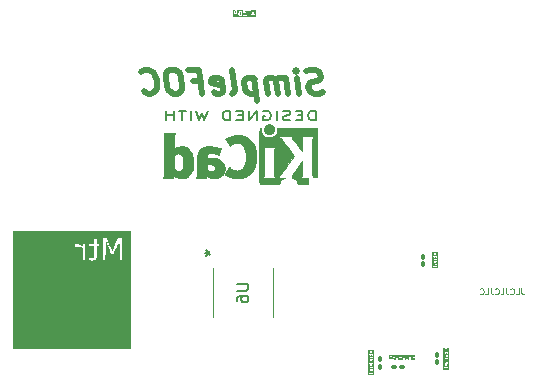
<source format=gbr>
%TF.GenerationSoftware,KiCad,Pcbnew,7.0.9*%
%TF.CreationDate,2024-02-12T03:50:36+01:00*%
%TF.ProjectId,MTR_Tiny_MD,4d54525f-5469-46e7-995f-4d442e6b6963,rev?*%
%TF.SameCoordinates,Original*%
%TF.FileFunction,Legend,Bot*%
%TF.FilePolarity,Positive*%
%FSLAX46Y46*%
G04 Gerber Fmt 4.6, Leading zero omitted, Abs format (unit mm)*
G04 Created by KiCad (PCBNEW 7.0.9) date 2024-02-12 03:50:36*
%MOMM*%
%LPD*%
G01*
G04 APERTURE LIST*
G04 Aperture macros list*
%AMRoundRect*
0 Rectangle with rounded corners*
0 $1 Rounding radius*
0 $2 $3 $4 $5 $6 $7 $8 $9 X,Y pos of 4 corners*
0 Add a 4 corners polygon primitive as box body*
4,1,4,$2,$3,$4,$5,$6,$7,$8,$9,$2,$3,0*
0 Add four circle primitives for the rounded corners*
1,1,$1+$1,$2,$3*
1,1,$1+$1,$4,$5*
1,1,$1+$1,$6,$7*
1,1,$1+$1,$8,$9*
0 Add four rect primitives between the rounded corners*
20,1,$1+$1,$2,$3,$4,$5,0*
20,1,$1+$1,$4,$5,$6,$7,0*
20,1,$1+$1,$6,$7,$8,$9,0*
20,1,$1+$1,$8,$9,$2,$3,0*%
%AMHorizOval*
0 Thick line with rounded ends*
0 $1 width*
0 $2 $3 position (X,Y) of the first rounded end (center of the circle)*
0 $4 $5 position (X,Y) of the second rounded end (center of the circle)*
0 Add line between two ends*
20,1,$1,$2,$3,$4,$5,0*
0 Add two circle primitives to create the rounded ends*
1,1,$1,$2,$3*
1,1,$1,$4,$5*%
%AMRotRect*
0 Rectangle, with rotation*
0 The origin of the aperture is its center*
0 $1 length*
0 $2 width*
0 $3 Rotation angle, in degrees counterclockwise*
0 Add horizontal line*
21,1,$1,$2,0,0,$3*%
G04 Aperture macros list end*
%ADD10C,0.125000*%
%ADD11C,0.500000*%
%ADD12C,0.100000*%
%ADD13C,0.150000*%
%ADD14C,0.075000*%
%ADD15C,0.010000*%
%ADD16C,0.120000*%
%ADD17R,1.700000X1.700000*%
%ADD18O,1.700000X1.700000*%
%ADD19RoundRect,0.165000X1.210000X-1.210000X1.210000X1.210000X-1.210000X1.210000X-1.210000X-1.210000X0*%
%ADD20C,0.800000*%
%ADD21C,6.400000*%
%ADD22C,2.362200*%
%ADD23C,0.650000*%
%ADD24O,2.100000X1.000000*%
%ADD25O,1.600000X1.000000*%
%ADD26RotRect,1.700000X1.700000X315.000000*%
%ADD27HorizOval,1.700000X0.000000X0.000000X0.000000X0.000000X0*%
%ADD28C,0.750000*%
%ADD29RoundRect,0.100000X0.100000X-0.130000X0.100000X0.130000X-0.100000X0.130000X-0.100000X-0.130000X0*%
%ADD30RoundRect,0.100000X0.130000X0.100000X-0.130000X0.100000X-0.130000X-0.100000X0.130000X-0.100000X0*%
%ADD31R,0.558000X1.394200*%
G04 APERTURE END LIST*
D10*
X128566666Y-99624809D02*
X128566666Y-99981952D01*
X128566666Y-99981952D02*
X128590475Y-100053380D01*
X128590475Y-100053380D02*
X128638094Y-100101000D01*
X128638094Y-100101000D02*
X128709523Y-100124809D01*
X128709523Y-100124809D02*
X128757142Y-100124809D01*
X128090476Y-100124809D02*
X128328571Y-100124809D01*
X128328571Y-100124809D02*
X128328571Y-99624809D01*
X127638095Y-100077190D02*
X127661904Y-100101000D01*
X127661904Y-100101000D02*
X127733333Y-100124809D01*
X127733333Y-100124809D02*
X127780952Y-100124809D01*
X127780952Y-100124809D02*
X127852380Y-100101000D01*
X127852380Y-100101000D02*
X127899999Y-100053380D01*
X127899999Y-100053380D02*
X127923809Y-100005761D01*
X127923809Y-100005761D02*
X127947618Y-99910523D01*
X127947618Y-99910523D02*
X127947618Y-99839095D01*
X127947618Y-99839095D02*
X127923809Y-99743857D01*
X127923809Y-99743857D02*
X127899999Y-99696238D01*
X127899999Y-99696238D02*
X127852380Y-99648619D01*
X127852380Y-99648619D02*
X127780952Y-99624809D01*
X127780952Y-99624809D02*
X127733333Y-99624809D01*
X127733333Y-99624809D02*
X127661904Y-99648619D01*
X127661904Y-99648619D02*
X127638095Y-99672428D01*
X127280952Y-99624809D02*
X127280952Y-99981952D01*
X127280952Y-99981952D02*
X127304761Y-100053380D01*
X127304761Y-100053380D02*
X127352380Y-100101000D01*
X127352380Y-100101000D02*
X127423809Y-100124809D01*
X127423809Y-100124809D02*
X127471428Y-100124809D01*
X126804762Y-100124809D02*
X127042857Y-100124809D01*
X127042857Y-100124809D02*
X127042857Y-99624809D01*
X126352381Y-100077190D02*
X126376190Y-100101000D01*
X126376190Y-100101000D02*
X126447619Y-100124809D01*
X126447619Y-100124809D02*
X126495238Y-100124809D01*
X126495238Y-100124809D02*
X126566666Y-100101000D01*
X126566666Y-100101000D02*
X126614285Y-100053380D01*
X126614285Y-100053380D02*
X126638095Y-100005761D01*
X126638095Y-100005761D02*
X126661904Y-99910523D01*
X126661904Y-99910523D02*
X126661904Y-99839095D01*
X126661904Y-99839095D02*
X126638095Y-99743857D01*
X126638095Y-99743857D02*
X126614285Y-99696238D01*
X126614285Y-99696238D02*
X126566666Y-99648619D01*
X126566666Y-99648619D02*
X126495238Y-99624809D01*
X126495238Y-99624809D02*
X126447619Y-99624809D01*
X126447619Y-99624809D02*
X126376190Y-99648619D01*
X126376190Y-99648619D02*
X126352381Y-99672428D01*
X125995238Y-99624809D02*
X125995238Y-99981952D01*
X125995238Y-99981952D02*
X126019047Y-100053380D01*
X126019047Y-100053380D02*
X126066666Y-100101000D01*
X126066666Y-100101000D02*
X126138095Y-100124809D01*
X126138095Y-100124809D02*
X126185714Y-100124809D01*
X125519048Y-100124809D02*
X125757143Y-100124809D01*
X125757143Y-100124809D02*
X125757143Y-99624809D01*
X125066667Y-100077190D02*
X125090476Y-100101000D01*
X125090476Y-100101000D02*
X125161905Y-100124809D01*
X125161905Y-100124809D02*
X125209524Y-100124809D01*
X125209524Y-100124809D02*
X125280952Y-100101000D01*
X125280952Y-100101000D02*
X125328571Y-100053380D01*
X125328571Y-100053380D02*
X125352381Y-100005761D01*
X125352381Y-100005761D02*
X125376190Y-99910523D01*
X125376190Y-99910523D02*
X125376190Y-99839095D01*
X125376190Y-99839095D02*
X125352381Y-99743857D01*
X125352381Y-99743857D02*
X125328571Y-99696238D01*
X125328571Y-99696238D02*
X125280952Y-99648619D01*
X125280952Y-99648619D02*
X125209524Y-99624809D01*
X125209524Y-99624809D02*
X125161905Y-99624809D01*
X125161905Y-99624809D02*
X125090476Y-99648619D01*
X125090476Y-99648619D02*
X125066667Y-99672428D01*
D11*
X111740100Y-83034000D02*
X111466291Y-83129238D01*
X111466291Y-83129238D02*
X110990100Y-83129238D01*
X110990100Y-83129238D02*
X110787719Y-83034000D01*
X110787719Y-83034000D02*
X110680576Y-82938761D01*
X110680576Y-82938761D02*
X110561529Y-82748285D01*
X110561529Y-82748285D02*
X110537719Y-82557809D01*
X110537719Y-82557809D02*
X110609148Y-82367333D01*
X110609148Y-82367333D02*
X110692481Y-82272095D01*
X110692481Y-82272095D02*
X110871053Y-82176857D01*
X110871053Y-82176857D02*
X111240100Y-82081619D01*
X111240100Y-82081619D02*
X111418672Y-81986380D01*
X111418672Y-81986380D02*
X111502005Y-81891142D01*
X111502005Y-81891142D02*
X111573433Y-81700666D01*
X111573433Y-81700666D02*
X111549624Y-81510190D01*
X111549624Y-81510190D02*
X111430576Y-81319714D01*
X111430576Y-81319714D02*
X111323433Y-81224476D01*
X111323433Y-81224476D02*
X111121053Y-81129238D01*
X111121053Y-81129238D02*
X110644862Y-81129238D01*
X110644862Y-81129238D02*
X110371053Y-81224476D01*
X109752005Y-83129238D02*
X109585338Y-81795904D01*
X109502005Y-81129238D02*
X109609148Y-81224476D01*
X109609148Y-81224476D02*
X109525814Y-81319714D01*
X109525814Y-81319714D02*
X109418671Y-81224476D01*
X109418671Y-81224476D02*
X109502005Y-81129238D01*
X109502005Y-81129238D02*
X109525814Y-81319714D01*
X108799624Y-83129238D02*
X108632957Y-81795904D01*
X108656767Y-81986380D02*
X108549624Y-81891142D01*
X108549624Y-81891142D02*
X108347243Y-81795904D01*
X108347243Y-81795904D02*
X108061529Y-81795904D01*
X108061529Y-81795904D02*
X107882957Y-81891142D01*
X107882957Y-81891142D02*
X107811529Y-82081619D01*
X107811529Y-82081619D02*
X107942481Y-83129238D01*
X107811529Y-82081619D02*
X107692481Y-81891142D01*
X107692481Y-81891142D02*
X107490100Y-81795904D01*
X107490100Y-81795904D02*
X107204386Y-81795904D01*
X107204386Y-81795904D02*
X107025814Y-81891142D01*
X107025814Y-81891142D02*
X106954386Y-82081619D01*
X106954386Y-82081619D02*
X107085338Y-83129238D01*
X105966290Y-81795904D02*
X106216290Y-83795904D01*
X105978195Y-81891142D02*
X105775814Y-81795904D01*
X105775814Y-81795904D02*
X105394862Y-81795904D01*
X105394862Y-81795904D02*
X105216290Y-81891142D01*
X105216290Y-81891142D02*
X105132957Y-81986380D01*
X105132957Y-81986380D02*
X105061528Y-82176857D01*
X105061528Y-82176857D02*
X105132957Y-82748285D01*
X105132957Y-82748285D02*
X105252004Y-82938761D01*
X105252004Y-82938761D02*
X105359147Y-83034000D01*
X105359147Y-83034000D02*
X105561528Y-83129238D01*
X105561528Y-83129238D02*
X105942481Y-83129238D01*
X105942481Y-83129238D02*
X106121052Y-83034000D01*
X104037719Y-83129238D02*
X104216290Y-83034000D01*
X104216290Y-83034000D02*
X104287719Y-82843523D01*
X104287719Y-82843523D02*
X104073433Y-81129238D01*
X102502004Y-83034000D02*
X102704385Y-83129238D01*
X102704385Y-83129238D02*
X103085338Y-83129238D01*
X103085338Y-83129238D02*
X103263909Y-83034000D01*
X103263909Y-83034000D02*
X103335338Y-82843523D01*
X103335338Y-82843523D02*
X103240100Y-82081619D01*
X103240100Y-82081619D02*
X103121052Y-81891142D01*
X103121052Y-81891142D02*
X102918671Y-81795904D01*
X102918671Y-81795904D02*
X102537719Y-81795904D01*
X102537719Y-81795904D02*
X102359147Y-81891142D01*
X102359147Y-81891142D02*
X102287719Y-82081619D01*
X102287719Y-82081619D02*
X102311528Y-82272095D01*
X102311528Y-82272095D02*
X103287719Y-82462571D01*
X100763909Y-82081619D02*
X101430575Y-82081619D01*
X101561528Y-83129238D02*
X101311528Y-81129238D01*
X101311528Y-81129238D02*
X100359147Y-81129238D01*
X99216289Y-81129238D02*
X98835337Y-81129238D01*
X98835337Y-81129238D02*
X98656766Y-81224476D01*
X98656766Y-81224476D02*
X98490099Y-81414952D01*
X98490099Y-81414952D02*
X98442480Y-81795904D01*
X98442480Y-81795904D02*
X98525813Y-82462571D01*
X98525813Y-82462571D02*
X98668670Y-82843523D01*
X98668670Y-82843523D02*
X98882956Y-83034000D01*
X98882956Y-83034000D02*
X99085337Y-83129238D01*
X99085337Y-83129238D02*
X99466289Y-83129238D01*
X99466289Y-83129238D02*
X99644861Y-83034000D01*
X99644861Y-83034000D02*
X99811528Y-82843523D01*
X99811528Y-82843523D02*
X99859147Y-82462571D01*
X99859147Y-82462571D02*
X99775813Y-81795904D01*
X99775813Y-81795904D02*
X99632956Y-81414952D01*
X99632956Y-81414952D02*
X99418670Y-81224476D01*
X99418670Y-81224476D02*
X99216289Y-81129238D01*
X96585337Y-82938761D02*
X96692480Y-83034000D01*
X96692480Y-83034000D02*
X96990099Y-83129238D01*
X96990099Y-83129238D02*
X97180575Y-83129238D01*
X97180575Y-83129238D02*
X97454385Y-83034000D01*
X97454385Y-83034000D02*
X97621051Y-82843523D01*
X97621051Y-82843523D02*
X97692480Y-82653047D01*
X97692480Y-82653047D02*
X97740099Y-82272095D01*
X97740099Y-82272095D02*
X97704385Y-81986380D01*
X97704385Y-81986380D02*
X97561528Y-81605428D01*
X97561528Y-81605428D02*
X97442480Y-81414952D01*
X97442480Y-81414952D02*
X97228194Y-81224476D01*
X97228194Y-81224476D02*
X96930575Y-81129238D01*
X96930575Y-81129238D02*
X96740099Y-81129238D01*
X96740099Y-81129238D02*
X96466290Y-81224476D01*
X96466290Y-81224476D02*
X96382956Y-81319714D01*
D12*
G36*
X104430952Y-76289371D02*
G01*
X104340374Y-76289371D01*
X104320094Y-76279230D01*
X104312522Y-76271659D01*
X104302381Y-76251376D01*
X104302381Y-76217841D01*
X104312522Y-76197558D01*
X104320094Y-76189987D01*
X104340374Y-76179847D01*
X104430952Y-76179847D01*
X104430952Y-76289371D01*
G37*
G36*
X104794191Y-76189987D02*
G01*
X104801763Y-76197559D01*
X104814728Y-76223490D01*
X104830952Y-76288383D01*
X104830952Y-76371310D01*
X104814728Y-76436204D01*
X104801762Y-76462136D01*
X104794191Y-76469707D01*
X104773911Y-76479847D01*
X104759422Y-76479847D01*
X104739140Y-76469706D01*
X104731568Y-76462134D01*
X104718603Y-76436204D01*
X104702381Y-76371312D01*
X104702381Y-76288381D01*
X104718603Y-76223490D01*
X104731569Y-76197558D01*
X104739141Y-76189987D01*
X104759422Y-76179847D01*
X104773911Y-76179847D01*
X104794191Y-76189987D01*
G37*
G36*
X106072837Y-76636990D02*
G01*
X104145238Y-76636990D01*
X104145238Y-76263180D01*
X104202381Y-76263180D01*
X104206834Y-76273932D01*
X104207660Y-76285541D01*
X104226708Y-76323637D01*
X104232924Y-76329028D01*
X104236074Y-76336631D01*
X104255121Y-76355679D01*
X104262724Y-76358828D01*
X104268115Y-76365044D01*
X104306210Y-76384092D01*
X104317818Y-76384917D01*
X104328571Y-76389371D01*
X104430952Y-76389371D01*
X104430952Y-76529847D01*
X104445597Y-76565202D01*
X104480952Y-76579847D01*
X104516307Y-76565202D01*
X104530952Y-76529847D01*
X104530952Y-76377466D01*
X104602381Y-76377466D01*
X104604807Y-76383322D01*
X104603874Y-76389592D01*
X104622921Y-76465784D01*
X104626304Y-76470349D01*
X104626707Y-76476018D01*
X104645755Y-76514113D01*
X104651971Y-76519504D01*
X104655120Y-76527106D01*
X104674167Y-76546154D01*
X104681769Y-76549303D01*
X104687163Y-76555522D01*
X104725259Y-76574569D01*
X104736867Y-76575393D01*
X104747619Y-76579847D01*
X104785714Y-76579847D01*
X104796464Y-76575393D01*
X104808074Y-76574569D01*
X104846169Y-76555522D01*
X104851561Y-76549304D01*
X104859164Y-76546155D01*
X104878212Y-76527107D01*
X104881360Y-76519504D01*
X104887579Y-76514112D01*
X104906625Y-76476017D01*
X104907027Y-76470350D01*
X104910411Y-76465784D01*
X104913443Y-76453657D01*
X104983333Y-76453657D01*
X104987786Y-76464407D01*
X104988611Y-76476017D01*
X105007658Y-76514112D01*
X105013875Y-76519504D01*
X105017025Y-76527107D01*
X105036073Y-76546155D01*
X105043675Y-76549303D01*
X105049068Y-76555522D01*
X105087163Y-76574568D01*
X105098769Y-76575392D01*
X105109523Y-76579847D01*
X105223809Y-76579847D01*
X105234559Y-76575393D01*
X105246169Y-76574569D01*
X105284264Y-76555522D01*
X105289656Y-76549304D01*
X105297259Y-76546155D01*
X105316307Y-76527107D01*
X105330952Y-76491752D01*
X105316307Y-76456397D01*
X105280952Y-76441752D01*
X105245597Y-76456397D01*
X105232286Y-76469707D01*
X105212006Y-76479847D01*
X105121327Y-76479847D01*
X105101043Y-76469705D01*
X105093472Y-76462134D01*
X105083333Y-76441853D01*
X105083333Y-76370222D01*
X105093474Y-76349939D01*
X105101044Y-76342369D01*
X105121326Y-76332228D01*
X105166666Y-76332228D01*
X105182920Y-76325494D01*
X105199591Y-76319857D01*
X105200379Y-76318263D01*
X105202021Y-76317583D01*
X105208754Y-76301327D01*
X105216555Y-76285554D01*
X105215985Y-76283870D01*
X105216666Y-76282228D01*
X105209932Y-76265973D01*
X105204295Y-76249303D01*
X105143521Y-76179847D01*
X105280952Y-76179847D01*
X105316307Y-76165202D01*
X105328571Y-76135595D01*
X105340835Y-76165202D01*
X105376190Y-76179847D01*
X105440476Y-76179847D01*
X105440476Y-76529847D01*
X105455121Y-76565202D01*
X105490476Y-76579847D01*
X105525831Y-76565202D01*
X105540476Y-76529847D01*
X105540476Y-76179847D01*
X105604761Y-76179847D01*
X105640116Y-76165202D01*
X105653508Y-76132871D01*
X105658397Y-76157582D01*
X105773240Y-76329847D01*
X105658397Y-76502112D01*
X105650970Y-76539653D01*
X105672264Y-76571449D01*
X105709805Y-76578876D01*
X105741601Y-76557582D01*
X105833332Y-76419985D01*
X105925063Y-76557582D01*
X105956860Y-76578875D01*
X105994401Y-76571449D01*
X106015694Y-76539652D01*
X106008268Y-76502112D01*
X105893424Y-76329847D01*
X106008268Y-76157582D01*
X106015694Y-76120042D01*
X105994401Y-76088245D01*
X105956860Y-76080819D01*
X105925063Y-76102112D01*
X105833332Y-76239708D01*
X105741601Y-76102112D01*
X105709805Y-76080818D01*
X105672264Y-76088245D01*
X105650970Y-76120041D01*
X105651217Y-76121292D01*
X105640116Y-76094492D01*
X105604761Y-76079847D01*
X105376190Y-76079847D01*
X105340835Y-76094492D01*
X105328571Y-76124098D01*
X105316307Y-76094492D01*
X105280952Y-76079847D01*
X105033333Y-76079847D01*
X105017078Y-76086580D01*
X105000408Y-76092218D01*
X104999619Y-76093811D01*
X104997978Y-76094492D01*
X104991244Y-76110747D01*
X104983444Y-76126521D01*
X104984013Y-76128204D01*
X104983333Y-76129847D01*
X104990066Y-76146101D01*
X104995704Y-76162772D01*
X105069029Y-76246573D01*
X105049067Y-76256555D01*
X105043675Y-76262771D01*
X105036073Y-76265920D01*
X105017026Y-76284967D01*
X105013876Y-76292569D01*
X105007658Y-76297963D01*
X104988611Y-76336059D01*
X104987786Y-76347667D01*
X104983333Y-76358419D01*
X104983333Y-76453657D01*
X104913443Y-76453657D01*
X104929459Y-76389593D01*
X104928525Y-76383322D01*
X104930952Y-76377466D01*
X104930952Y-76282228D01*
X104928525Y-76276371D01*
X104929459Y-76270101D01*
X104910411Y-76193911D01*
X104907028Y-76189346D01*
X104906626Y-76183678D01*
X104887579Y-76145582D01*
X104881360Y-76140188D01*
X104878211Y-76132586D01*
X104859163Y-76113539D01*
X104851561Y-76110390D01*
X104846170Y-76104174D01*
X104808075Y-76085126D01*
X104796466Y-76084300D01*
X104785714Y-76079847D01*
X104747619Y-76079847D01*
X104736868Y-76084300D01*
X104725259Y-76085125D01*
X104687162Y-76104174D01*
X104681771Y-76110389D01*
X104674168Y-76113539D01*
X104655121Y-76132587D01*
X104651971Y-76140189D01*
X104645755Y-76145581D01*
X104626707Y-76183677D01*
X104626304Y-76189345D01*
X104622921Y-76193911D01*
X104603874Y-76270102D01*
X104604807Y-76276371D01*
X104602381Y-76282228D01*
X104602381Y-76377466D01*
X104530952Y-76377466D01*
X104530952Y-76129847D01*
X104516307Y-76094492D01*
X104480952Y-76079847D01*
X104328571Y-76079847D01*
X104317818Y-76084300D01*
X104306210Y-76085126D01*
X104268115Y-76104174D01*
X104262724Y-76110389D01*
X104255121Y-76113539D01*
X104236074Y-76132587D01*
X104232924Y-76140189D01*
X104226708Y-76145581D01*
X104207660Y-76183677D01*
X104206834Y-76195285D01*
X104202381Y-76206038D01*
X104202381Y-76263180D01*
X104145238Y-76263180D01*
X104145238Y-76022704D01*
X106072837Y-76022704D01*
X106072837Y-76636990D01*
G37*
D13*
X111149999Y-85387295D02*
X111149999Y-84587295D01*
X111149999Y-84587295D02*
X110876189Y-84587295D01*
X110876189Y-84587295D02*
X110711904Y-84625390D01*
X110711904Y-84625390D02*
X110602380Y-84701580D01*
X110602380Y-84701580D02*
X110547618Y-84777771D01*
X110547618Y-84777771D02*
X110492856Y-84930152D01*
X110492856Y-84930152D02*
X110492856Y-85044438D01*
X110492856Y-85044438D02*
X110547618Y-85196819D01*
X110547618Y-85196819D02*
X110602380Y-85273009D01*
X110602380Y-85273009D02*
X110711904Y-85349200D01*
X110711904Y-85349200D02*
X110876189Y-85387295D01*
X110876189Y-85387295D02*
X111149999Y-85387295D01*
X109999999Y-84968247D02*
X109616666Y-84968247D01*
X109452380Y-85387295D02*
X109999999Y-85387295D01*
X109999999Y-85387295D02*
X109999999Y-84587295D01*
X109999999Y-84587295D02*
X109452380Y-84587295D01*
X109014285Y-85349200D02*
X108849999Y-85387295D01*
X108849999Y-85387295D02*
X108576190Y-85387295D01*
X108576190Y-85387295D02*
X108466666Y-85349200D01*
X108466666Y-85349200D02*
X108411904Y-85311104D01*
X108411904Y-85311104D02*
X108357142Y-85234914D01*
X108357142Y-85234914D02*
X108357142Y-85158723D01*
X108357142Y-85158723D02*
X108411904Y-85082533D01*
X108411904Y-85082533D02*
X108466666Y-85044438D01*
X108466666Y-85044438D02*
X108576190Y-85006342D01*
X108576190Y-85006342D02*
X108795237Y-84968247D01*
X108795237Y-84968247D02*
X108904761Y-84930152D01*
X108904761Y-84930152D02*
X108959523Y-84892057D01*
X108959523Y-84892057D02*
X109014285Y-84815866D01*
X109014285Y-84815866D02*
X109014285Y-84739676D01*
X109014285Y-84739676D02*
X108959523Y-84663485D01*
X108959523Y-84663485D02*
X108904761Y-84625390D01*
X108904761Y-84625390D02*
X108795237Y-84587295D01*
X108795237Y-84587295D02*
X108521428Y-84587295D01*
X108521428Y-84587295D02*
X108357142Y-84625390D01*
X107864285Y-85387295D02*
X107864285Y-84587295D01*
X106714285Y-84625390D02*
X106823809Y-84587295D01*
X106823809Y-84587295D02*
X106988095Y-84587295D01*
X106988095Y-84587295D02*
X107152380Y-84625390D01*
X107152380Y-84625390D02*
X107261904Y-84701580D01*
X107261904Y-84701580D02*
X107316666Y-84777771D01*
X107316666Y-84777771D02*
X107371428Y-84930152D01*
X107371428Y-84930152D02*
X107371428Y-85044438D01*
X107371428Y-85044438D02*
X107316666Y-85196819D01*
X107316666Y-85196819D02*
X107261904Y-85273009D01*
X107261904Y-85273009D02*
X107152380Y-85349200D01*
X107152380Y-85349200D02*
X106988095Y-85387295D01*
X106988095Y-85387295D02*
X106878571Y-85387295D01*
X106878571Y-85387295D02*
X106714285Y-85349200D01*
X106714285Y-85349200D02*
X106659523Y-85311104D01*
X106659523Y-85311104D02*
X106659523Y-85044438D01*
X106659523Y-85044438D02*
X106878571Y-85044438D01*
X106166666Y-85387295D02*
X106166666Y-84587295D01*
X106166666Y-84587295D02*
X105509523Y-85387295D01*
X105509523Y-85387295D02*
X105509523Y-84587295D01*
X104961904Y-84968247D02*
X104578571Y-84968247D01*
X104414285Y-85387295D02*
X104961904Y-85387295D01*
X104961904Y-85387295D02*
X104961904Y-84587295D01*
X104961904Y-84587295D02*
X104414285Y-84587295D01*
X103921428Y-85387295D02*
X103921428Y-84587295D01*
X103921428Y-84587295D02*
X103647618Y-84587295D01*
X103647618Y-84587295D02*
X103483333Y-84625390D01*
X103483333Y-84625390D02*
X103373809Y-84701580D01*
X103373809Y-84701580D02*
X103319047Y-84777771D01*
X103319047Y-84777771D02*
X103264285Y-84930152D01*
X103264285Y-84930152D02*
X103264285Y-85044438D01*
X103264285Y-85044438D02*
X103319047Y-85196819D01*
X103319047Y-85196819D02*
X103373809Y-85273009D01*
X103373809Y-85273009D02*
X103483333Y-85349200D01*
X103483333Y-85349200D02*
X103647618Y-85387295D01*
X103647618Y-85387295D02*
X103921428Y-85387295D01*
X102004762Y-84587295D02*
X101730952Y-85387295D01*
X101730952Y-85387295D02*
X101511905Y-84815866D01*
X101511905Y-84815866D02*
X101292857Y-85387295D01*
X101292857Y-85387295D02*
X101019048Y-84587295D01*
X100580952Y-85387295D02*
X100580952Y-84587295D01*
X100197619Y-84587295D02*
X99540476Y-84587295D01*
X99869047Y-85387295D02*
X99869047Y-84587295D01*
X99157143Y-85387295D02*
X99157143Y-84587295D01*
X99157143Y-84968247D02*
X98500000Y-84968247D01*
X98500000Y-85387295D02*
X98500000Y-84587295D01*
D14*
G36*
X115947385Y-105287576D02*
G01*
X115939780Y-105302785D01*
X115934098Y-105308467D01*
X115918891Y-105316071D01*
X115850880Y-105316071D01*
X115835671Y-105308467D01*
X115829990Y-105302785D01*
X115822385Y-105287575D01*
X115822385Y-105248214D01*
X115947385Y-105248214D01*
X115947385Y-105287576D01*
G37*
G36*
X116065242Y-106991072D02*
G01*
X115604527Y-106991072D01*
X115604527Y-106825001D01*
X115647385Y-106825001D01*
X115651562Y-106835088D01*
X115653683Y-106845803D01*
X115656890Y-106847951D01*
X115658368Y-106851518D01*
X115668455Y-106855696D01*
X115677531Y-106861774D01*
X115681319Y-106861024D01*
X115684885Y-106862501D01*
X115947385Y-106862501D01*
X115947385Y-106910715D01*
X115958368Y-106937232D01*
X115984885Y-106948215D01*
X116011402Y-106937232D01*
X116022385Y-106910715D01*
X116022385Y-106739286D01*
X116011402Y-106712769D01*
X115984885Y-106701786D01*
X115958368Y-106712769D01*
X115947385Y-106739286D01*
X115947385Y-106787501D01*
X115786544Y-106787501D01*
X115789855Y-106784629D01*
X115804141Y-106756057D01*
X115806176Y-106727428D01*
X115787370Y-106705745D01*
X115758741Y-106703710D01*
X115737059Y-106722516D01*
X115725494Y-106745644D01*
X115703853Y-106767284D01*
X115664083Y-106793799D01*
X115661934Y-106797006D01*
X115658368Y-106798484D01*
X115654189Y-106808571D01*
X115648112Y-106817647D01*
X115648861Y-106821435D01*
X115647385Y-106825001D01*
X115604527Y-106825001D01*
X115604527Y-106567857D01*
X115747385Y-106567857D01*
X115750725Y-106575921D01*
X115751344Y-106584628D01*
X115765630Y-106613199D01*
X115774610Y-106620988D01*
X115782400Y-106629970D01*
X115810971Y-106644256D01*
X115819678Y-106644875D01*
X115827742Y-106648215D01*
X115984885Y-106648215D01*
X116011402Y-106637232D01*
X116022385Y-106610715D01*
X116011402Y-106584198D01*
X115984885Y-106573215D01*
X115836595Y-106573215D01*
X115827122Y-106568478D01*
X115822385Y-106559004D01*
X115822385Y-106533853D01*
X115829490Y-106519643D01*
X115984885Y-106519643D01*
X116011402Y-106508660D01*
X116022385Y-106482143D01*
X116011402Y-106455626D01*
X115984885Y-106444643D01*
X115784885Y-106444643D01*
X115758368Y-106455626D01*
X115747385Y-106482143D01*
X115755088Y-106500741D01*
X115751344Y-106508229D01*
X115750725Y-106516935D01*
X115747385Y-106525000D01*
X115747385Y-106567857D01*
X115604527Y-106567857D01*
X115604527Y-106339286D01*
X115647384Y-106339286D01*
X115658368Y-106365803D01*
X115672653Y-106380087D01*
X115672654Y-106380089D01*
X115699171Y-106391073D01*
X115725688Y-106380089D01*
X115739972Y-106365803D01*
X115739974Y-106365803D01*
X115749171Y-106343598D01*
X115758368Y-106365803D01*
X115784885Y-106376786D01*
X115984885Y-106376786D01*
X116011402Y-106365803D01*
X116022385Y-106339286D01*
X116011402Y-106312769D01*
X115984885Y-106301786D01*
X115784885Y-106301786D01*
X115758368Y-106312769D01*
X115749171Y-106334973D01*
X115739974Y-106312769D01*
X115739972Y-106312768D01*
X115725688Y-106298483D01*
X115699171Y-106287499D01*
X115672654Y-106298483D01*
X115672654Y-106298484D01*
X115658368Y-106312769D01*
X115647384Y-106339286D01*
X115604527Y-106339286D01*
X115604527Y-106196429D01*
X115647385Y-106196429D01*
X115650540Y-106204047D01*
X115650903Y-106212287D01*
X115655817Y-106216787D01*
X115658368Y-106222946D01*
X115665986Y-106226101D01*
X115672069Y-106231672D01*
X115678728Y-106231379D01*
X115684885Y-106233929D01*
X115984885Y-106233929D01*
X116011402Y-106222946D01*
X116022385Y-106196429D01*
X116011402Y-106169912D01*
X115984885Y-106158929D01*
X115853919Y-106158929D01*
X115915029Y-106130411D01*
X115923692Y-106120950D01*
X115933153Y-106112287D01*
X115933229Y-106110537D01*
X115934414Y-106109245D01*
X115933850Y-106096429D01*
X115934414Y-106083613D01*
X115933229Y-106082320D01*
X115933153Y-106080571D01*
X115923692Y-106071907D01*
X115915029Y-106062447D01*
X115853919Y-106033929D01*
X115984885Y-106033929D01*
X116011402Y-106022946D01*
X116022385Y-105996429D01*
X116011402Y-105969912D01*
X115984885Y-105958929D01*
X115684885Y-105958929D01*
X115678728Y-105961478D01*
X115672069Y-105961186D01*
X115665986Y-105966756D01*
X115658368Y-105969912D01*
X115655817Y-105976070D01*
X115650903Y-105980571D01*
X115650540Y-105988810D01*
X115647385Y-105996429D01*
X115649934Y-106002585D01*
X115649642Y-106009245D01*
X115655212Y-106015327D01*
X115658368Y-106022946D01*
X115664526Y-106025496D01*
X115669027Y-106030411D01*
X115810494Y-106096429D01*
X115669027Y-106162447D01*
X115664526Y-106167361D01*
X115658368Y-106169912D01*
X115655212Y-106177530D01*
X115649642Y-106183613D01*
X115649934Y-106190272D01*
X115647385Y-106196429D01*
X115604527Y-106196429D01*
X115604527Y-105825001D01*
X115747385Y-105825001D01*
X115750725Y-105833065D01*
X115751344Y-105841772D01*
X115765630Y-105870343D01*
X115787313Y-105889149D01*
X115815942Y-105887113D01*
X115834748Y-105865431D01*
X115832712Y-105836801D01*
X115822385Y-105816147D01*
X115822385Y-105790997D01*
X115827122Y-105781522D01*
X115834885Y-105777641D01*
X115842649Y-105781523D01*
X115847385Y-105790995D01*
X115847385Y-105825001D01*
X115850725Y-105833065D01*
X115851344Y-105841772D01*
X115865630Y-105870343D01*
X115874612Y-105878133D01*
X115882400Y-105887113D01*
X115910971Y-105901399D01*
X115919678Y-105902018D01*
X115927742Y-105905358D01*
X115942028Y-105905358D01*
X115950092Y-105902017D01*
X115958799Y-105901399D01*
X115987370Y-105887113D01*
X115995159Y-105878131D01*
X116004141Y-105870342D01*
X116018426Y-105841771D01*
X116019044Y-105833065D01*
X116022385Y-105825001D01*
X116022385Y-105767858D01*
X116019044Y-105759793D01*
X116018426Y-105751088D01*
X116004141Y-105722516D01*
X115982460Y-105703710D01*
X115953830Y-105705745D01*
X115935024Y-105727426D01*
X115937059Y-105756056D01*
X115947385Y-105776709D01*
X115947385Y-105816149D01*
X115942649Y-105825620D01*
X115934885Y-105829502D01*
X115927121Y-105825621D01*
X115922385Y-105816147D01*
X115922385Y-105782144D01*
X115919044Y-105774079D01*
X115918426Y-105765374D01*
X115904141Y-105736802D01*
X115895158Y-105729010D01*
X115887370Y-105720031D01*
X115858799Y-105705745D01*
X115850092Y-105705126D01*
X115842028Y-105701786D01*
X115827742Y-105701786D01*
X115819678Y-105705125D01*
X115810971Y-105705745D01*
X115782400Y-105720031D01*
X115774610Y-105729012D01*
X115765630Y-105736802D01*
X115751344Y-105765373D01*
X115750725Y-105774079D01*
X115747385Y-105782144D01*
X115747385Y-105825001D01*
X115604527Y-105825001D01*
X115604527Y-105610715D01*
X115747385Y-105610715D01*
X115758368Y-105637232D01*
X115784885Y-105648215D01*
X115956312Y-105648215D01*
X115956314Y-105648216D01*
X115956316Y-105648215D01*
X115984885Y-105648215D01*
X116011402Y-105637232D01*
X116022385Y-105610715D01*
X116014681Y-105592116D01*
X116018426Y-105584627D01*
X116019044Y-105575921D01*
X116022385Y-105567857D01*
X116022385Y-105525000D01*
X116019044Y-105516935D01*
X116018426Y-105508230D01*
X116004141Y-105479659D01*
X115995159Y-105471869D01*
X115987370Y-105462888D01*
X115958799Y-105448602D01*
X115950092Y-105447983D01*
X115942028Y-105444643D01*
X115784885Y-105444643D01*
X115758368Y-105455626D01*
X115747385Y-105482143D01*
X115758368Y-105508660D01*
X115784885Y-105519643D01*
X115933175Y-105519643D01*
X115942649Y-105524380D01*
X115947385Y-105533851D01*
X115947385Y-105559005D01*
X115940281Y-105573215D01*
X115784885Y-105573215D01*
X115758368Y-105584198D01*
X115747385Y-105610715D01*
X115604527Y-105610715D01*
X115604527Y-105210714D01*
X115647385Y-105210714D01*
X115658368Y-105237231D01*
X115684885Y-105248214D01*
X115747385Y-105248214D01*
X115747385Y-105296428D01*
X115750725Y-105304492D01*
X115751344Y-105313199D01*
X115765630Y-105341770D01*
X115770291Y-105345812D01*
X115772654Y-105351517D01*
X115786940Y-105365802D01*
X115792642Y-105368164D01*
X115796687Y-105372827D01*
X115825258Y-105387112D01*
X115833963Y-105387730D01*
X115842028Y-105391071D01*
X115927742Y-105391071D01*
X115935806Y-105387730D01*
X115944512Y-105387112D01*
X115973084Y-105372827D01*
X115977127Y-105368165D01*
X115982831Y-105365803D01*
X115997116Y-105351517D01*
X115999478Y-105345814D01*
X116004141Y-105341770D01*
X116018426Y-105313198D01*
X116019044Y-105304492D01*
X116022385Y-105296428D01*
X116022385Y-105239286D01*
X116019044Y-105231221D01*
X116018426Y-105222516D01*
X116017917Y-105221499D01*
X116022385Y-105210714D01*
X116011402Y-105184197D01*
X115984885Y-105173214D01*
X115684885Y-105173214D01*
X115658368Y-105184197D01*
X115647385Y-105210714D01*
X115604527Y-105210714D01*
X115604527Y-105122573D01*
X115649309Y-105122573D01*
X115668114Y-105144256D01*
X115696744Y-105146290D01*
X115996744Y-105046290D01*
X115998860Y-105044454D01*
X116001656Y-105044256D01*
X116009445Y-105035274D01*
X116018427Y-105027485D01*
X116018625Y-105024689D01*
X116020461Y-105022573D01*
X116019618Y-105010714D01*
X116020461Y-104998855D01*
X116018625Y-104996738D01*
X116018427Y-104993943D01*
X116009445Y-104986153D01*
X116001656Y-104977172D01*
X115998860Y-104976973D01*
X115996744Y-104975138D01*
X115696744Y-104875138D01*
X115668114Y-104877172D01*
X115649309Y-104898855D01*
X115651343Y-104927485D01*
X115673026Y-104946290D01*
X115866298Y-105010714D01*
X115673026Y-105075138D01*
X115651343Y-105093943D01*
X115649309Y-105122573D01*
X115604527Y-105122573D01*
X115604527Y-104832281D01*
X116065242Y-104832281D01*
X116065242Y-106991072D01*
G37*
G36*
X122176690Y-106096186D02*
G01*
X122172385Y-106087575D01*
X122172385Y-106048139D01*
X122177122Y-106038664D01*
X122186595Y-106033928D01*
X122189142Y-106033928D01*
X122176690Y-106096186D01*
G37*
G36*
X122292649Y-105338665D02*
G01*
X122297385Y-105348137D01*
X122297385Y-105401786D01*
X122258100Y-105401786D01*
X122258100Y-105348137D01*
X122262835Y-105338664D01*
X122272309Y-105333928D01*
X122283175Y-105333928D01*
X122292649Y-105338665D01*
G37*
G36*
X122284099Y-105070104D02*
G01*
X122289781Y-105075785D01*
X122297385Y-105090993D01*
X122297385Y-105116147D01*
X122289780Y-105131356D01*
X122284098Y-105137038D01*
X122268891Y-105144642D01*
X122200880Y-105144642D01*
X122185671Y-105137038D01*
X122179990Y-105131356D01*
X122172385Y-105116146D01*
X122172385Y-105090995D01*
X122179990Y-105075785D01*
X122185670Y-105070104D01*
X122200881Y-105062499D01*
X122268889Y-105062499D01*
X122284099Y-105070104D01*
G37*
G36*
X122415242Y-106505357D02*
G01*
X121954528Y-106505357D01*
X121954528Y-106339286D01*
X121997385Y-106339286D01*
X122001562Y-106349373D01*
X122003683Y-106360088D01*
X122006890Y-106362236D01*
X122008368Y-106365803D01*
X122018455Y-106369981D01*
X122027531Y-106376059D01*
X122031319Y-106375309D01*
X122034885Y-106376786D01*
X122297385Y-106376786D01*
X122297385Y-106425000D01*
X122308368Y-106451517D01*
X122334885Y-106462500D01*
X122361402Y-106451517D01*
X122372385Y-106425000D01*
X122372385Y-106253571D01*
X122361402Y-106227054D01*
X122334885Y-106216071D01*
X122308368Y-106227054D01*
X122297385Y-106253571D01*
X122297385Y-106301786D01*
X122136544Y-106301786D01*
X122139855Y-106298914D01*
X122154141Y-106270342D01*
X122156176Y-106241713D01*
X122137370Y-106220030D01*
X122108741Y-106217995D01*
X122087059Y-106236801D01*
X122075494Y-106259929D01*
X122053853Y-106281569D01*
X122014083Y-106308084D01*
X122011934Y-106311291D01*
X122008368Y-106312769D01*
X122004189Y-106322856D01*
X121998112Y-106331932D01*
X121998861Y-106335720D01*
X121997385Y-106339286D01*
X121954528Y-106339286D01*
X121954528Y-106096428D01*
X122097385Y-106096428D01*
X122100725Y-106104492D01*
X122101344Y-106113199D01*
X122115630Y-106141770D01*
X122124610Y-106149559D01*
X122132400Y-106158541D01*
X122160971Y-106172827D01*
X122169678Y-106173446D01*
X122177742Y-106176786D01*
X122206314Y-106176786D01*
X122216402Y-106172607D01*
X122227116Y-106170488D01*
X122229263Y-106167280D01*
X122232831Y-106165803D01*
X122237010Y-106155713D01*
X122243086Y-106146640D01*
X122265628Y-106033928D01*
X122283175Y-106033928D01*
X122292649Y-106038665D01*
X122297385Y-106048137D01*
X122297385Y-106087576D01*
X122287059Y-106108230D01*
X122285024Y-106136860D01*
X122303830Y-106158541D01*
X122332460Y-106160576D01*
X122354141Y-106141770D01*
X122368426Y-106113198D01*
X122369044Y-106104492D01*
X122372385Y-106096428D01*
X122372385Y-106039286D01*
X122369044Y-106031221D01*
X122368426Y-106022516D01*
X122354141Y-105993944D01*
X122345158Y-105986152D01*
X122337370Y-105977173D01*
X122308799Y-105962887D01*
X122300092Y-105962268D01*
X122292028Y-105958928D01*
X122177742Y-105958928D01*
X122169678Y-105962267D01*
X122160971Y-105962887D01*
X122132400Y-105977173D01*
X122124610Y-105986154D01*
X122115630Y-105993944D01*
X122101344Y-106022515D01*
X122100725Y-106031221D01*
X122097385Y-106039286D01*
X122097385Y-106096428D01*
X121954528Y-106096428D01*
X121954528Y-105839286D01*
X122097385Y-105839286D01*
X122100725Y-105847350D01*
X122101344Y-105856057D01*
X122115630Y-105884628D01*
X122137313Y-105903434D01*
X122165942Y-105901398D01*
X122184748Y-105879716D01*
X122182712Y-105851086D01*
X122172385Y-105830432D01*
X122172385Y-105805282D01*
X122177122Y-105795807D01*
X122184885Y-105791926D01*
X122192649Y-105795808D01*
X122197385Y-105805280D01*
X122197385Y-105839286D01*
X122200725Y-105847350D01*
X122201344Y-105856057D01*
X122215630Y-105884628D01*
X122224612Y-105892418D01*
X122232400Y-105901398D01*
X122260971Y-105915684D01*
X122269678Y-105916303D01*
X122277742Y-105919643D01*
X122292028Y-105919643D01*
X122300092Y-105916302D01*
X122308799Y-105915684D01*
X122337370Y-105901398D01*
X122345159Y-105892416D01*
X122354141Y-105884627D01*
X122368426Y-105856056D01*
X122369044Y-105847350D01*
X122372385Y-105839286D01*
X122372385Y-105782143D01*
X122369044Y-105774078D01*
X122368426Y-105765373D01*
X122354141Y-105736801D01*
X122332460Y-105717995D01*
X122303830Y-105720030D01*
X122285024Y-105741711D01*
X122287059Y-105770341D01*
X122297385Y-105790994D01*
X122297385Y-105830434D01*
X122292649Y-105839905D01*
X122284885Y-105843787D01*
X122277121Y-105839906D01*
X122272385Y-105830432D01*
X122272385Y-105796429D01*
X122269044Y-105788364D01*
X122268426Y-105779659D01*
X122254141Y-105751087D01*
X122245158Y-105743295D01*
X122237370Y-105734316D01*
X122208799Y-105720030D01*
X122200092Y-105719411D01*
X122192028Y-105716071D01*
X122177742Y-105716071D01*
X122169678Y-105719410D01*
X122160971Y-105720030D01*
X122132400Y-105734316D01*
X122124610Y-105743297D01*
X122115630Y-105751087D01*
X122101344Y-105779658D01*
X122100725Y-105788364D01*
X122097385Y-105796429D01*
X122097385Y-105839286D01*
X121954528Y-105839286D01*
X121954528Y-105667857D01*
X122097385Y-105667857D01*
X122108368Y-105694374D01*
X122134885Y-105705357D01*
X122161402Y-105694374D01*
X122172385Y-105667857D01*
X122172385Y-105648139D01*
X122179990Y-105632929D01*
X122185670Y-105627248D01*
X122200881Y-105619643D01*
X122334885Y-105619643D01*
X122361402Y-105608660D01*
X122372385Y-105582143D01*
X122361402Y-105555626D01*
X122334885Y-105544643D01*
X122134885Y-105544643D01*
X122108368Y-105555626D01*
X122097385Y-105582143D01*
X122108324Y-105608554D01*
X122101344Y-105622515D01*
X122100725Y-105631221D01*
X122097385Y-105639286D01*
X122097385Y-105667857D01*
X121954528Y-105667857D01*
X121954528Y-105396428D01*
X122097385Y-105396428D01*
X122100725Y-105404492D01*
X122101344Y-105413199D01*
X122115630Y-105441770D01*
X122124610Y-105449559D01*
X122132400Y-105458541D01*
X122160971Y-105472827D01*
X122169678Y-105473446D01*
X122177742Y-105476786D01*
X122334885Y-105476786D01*
X122361402Y-105465803D01*
X122372385Y-105439286D01*
X122367917Y-105428500D01*
X122368426Y-105427484D01*
X122369044Y-105418778D01*
X122372385Y-105410714D01*
X122372385Y-105339286D01*
X122369044Y-105331221D01*
X122368426Y-105322516D01*
X122354141Y-105293944D01*
X122345158Y-105286152D01*
X122337370Y-105277173D01*
X122308799Y-105262887D01*
X122300092Y-105262268D01*
X122292028Y-105258928D01*
X122263457Y-105258928D01*
X122255392Y-105262268D01*
X122246686Y-105262887D01*
X122218114Y-105277173D01*
X122210324Y-105286154D01*
X122201344Y-105293944D01*
X122187059Y-105322516D01*
X122186440Y-105331221D01*
X122183100Y-105339286D01*
X122183100Y-105400038D01*
X122177122Y-105397049D01*
X122172385Y-105387575D01*
X122172385Y-105348139D01*
X122182712Y-105327485D01*
X122184747Y-105298856D01*
X122165941Y-105277173D01*
X122137312Y-105275138D01*
X122115630Y-105293944D01*
X122101344Y-105322515D01*
X122100725Y-105331221D01*
X122097385Y-105339286D01*
X122097385Y-105396428D01*
X121954528Y-105396428D01*
X121954528Y-105124999D01*
X122097385Y-105124999D01*
X122100725Y-105133063D01*
X122101344Y-105141770D01*
X122115630Y-105170341D01*
X122120291Y-105174383D01*
X122122654Y-105180088D01*
X122136940Y-105194373D01*
X122142642Y-105196735D01*
X122146687Y-105201398D01*
X122175258Y-105215683D01*
X122183963Y-105216301D01*
X122192028Y-105219642D01*
X122277742Y-105219642D01*
X122285806Y-105216301D01*
X122294512Y-105215683D01*
X122323084Y-105201398D01*
X122327127Y-105196736D01*
X122332831Y-105194374D01*
X122347116Y-105180088D01*
X122349478Y-105174385D01*
X122354141Y-105170341D01*
X122368426Y-105141769D01*
X122369044Y-105133063D01*
X122372385Y-105124999D01*
X122372385Y-105082142D01*
X122369044Y-105074077D01*
X122368426Y-105065372D01*
X122354141Y-105036801D01*
X122349478Y-105032756D01*
X122347116Y-105027054D01*
X122332831Y-105012768D01*
X122327126Y-105010405D01*
X122323084Y-105005744D01*
X122294513Y-104991458D01*
X122285806Y-104990839D01*
X122277742Y-104987499D01*
X122192028Y-104987499D01*
X122183964Y-104990838D01*
X122175257Y-104991458D01*
X122146686Y-105005744D01*
X122142641Y-105010407D01*
X122136940Y-105012769D01*
X122122654Y-105027054D01*
X122120291Y-105032756D01*
X122115630Y-105036800D01*
X122101344Y-105065371D01*
X122100725Y-105074077D01*
X122097385Y-105082142D01*
X122097385Y-105124999D01*
X121954528Y-105124999D01*
X121954528Y-104853571D01*
X121997385Y-104853571D01*
X121999746Y-104859272D01*
X121999309Y-104865430D01*
X122013595Y-104908286D01*
X122019312Y-104914878D01*
X122022654Y-104922945D01*
X122036940Y-104937230D01*
X122063457Y-104948214D01*
X122089973Y-104937230D01*
X122100957Y-104910714D01*
X122089973Y-104884197D01*
X122081946Y-104876169D01*
X122072385Y-104847484D01*
X122072385Y-104831085D01*
X122081946Y-104802400D01*
X122099955Y-104784390D01*
X122119403Y-104774666D01*
X122168073Y-104762499D01*
X122201699Y-104762499D01*
X122250365Y-104774665D01*
X122269815Y-104784390D01*
X122287823Y-104802398D01*
X122297385Y-104831084D01*
X122297385Y-104847485D01*
X122287823Y-104876171D01*
X122279797Y-104884197D01*
X122268813Y-104910714D01*
X122279797Y-104937231D01*
X122306314Y-104948215D01*
X122332831Y-104937231D01*
X122347116Y-104922945D01*
X122350456Y-104914881D01*
X122356176Y-104908286D01*
X122370461Y-104865429D01*
X122370023Y-104859272D01*
X122372385Y-104853571D01*
X122372385Y-104824999D01*
X122370023Y-104819297D01*
X122370461Y-104813141D01*
X122356176Y-104770284D01*
X122350457Y-104763689D01*
X122347116Y-104755625D01*
X122318544Y-104727054D01*
X122312842Y-104724692D01*
X122308799Y-104720030D01*
X122280228Y-104705744D01*
X122275976Y-104705441D01*
X122272553Y-104702905D01*
X122215409Y-104688619D01*
X122210706Y-104689318D01*
X122206314Y-104687499D01*
X122163457Y-104687499D01*
X122159064Y-104689318D01*
X122154362Y-104688619D01*
X122097219Y-104702905D01*
X122093794Y-104705441D01*
X122089543Y-104705744D01*
X122060971Y-104720030D01*
X122056926Y-104724693D01*
X122051225Y-104727055D01*
X122022654Y-104755625D01*
X122019312Y-104763691D01*
X122013595Y-104770284D01*
X121999309Y-104813140D01*
X121999746Y-104819297D01*
X121997385Y-104824999D01*
X121997385Y-104853571D01*
X121954528Y-104853571D01*
X121954528Y-104644642D01*
X122415242Y-104644642D01*
X122415242Y-106505357D01*
G37*
G36*
X121347385Y-96991147D02*
G01*
X121339780Y-97006356D01*
X121334098Y-97012038D01*
X121318891Y-97019642D01*
X121250880Y-97019642D01*
X121235671Y-97012038D01*
X121229990Y-97006356D01*
X121222385Y-96991146D01*
X121222385Y-96951785D01*
X121347385Y-96951785D01*
X121347385Y-96991147D01*
G37*
G36*
X121465242Y-97937500D02*
G01*
X121004528Y-97937500D01*
X121004528Y-97771429D01*
X121047385Y-97771429D01*
X121051562Y-97781516D01*
X121053683Y-97792231D01*
X121056890Y-97794379D01*
X121058368Y-97797946D01*
X121068455Y-97802124D01*
X121077531Y-97808202D01*
X121081319Y-97807452D01*
X121084885Y-97808929D01*
X121347385Y-97808929D01*
X121347385Y-97857143D01*
X121358368Y-97883660D01*
X121384885Y-97894643D01*
X121411402Y-97883660D01*
X121422385Y-97857143D01*
X121422385Y-97685714D01*
X121411402Y-97659197D01*
X121384885Y-97648214D01*
X121358368Y-97659197D01*
X121347385Y-97685714D01*
X121347385Y-97733929D01*
X121186544Y-97733929D01*
X121189855Y-97731057D01*
X121204141Y-97702485D01*
X121206176Y-97673856D01*
X121187370Y-97652173D01*
X121158741Y-97650138D01*
X121137059Y-97668944D01*
X121125494Y-97692072D01*
X121103853Y-97713712D01*
X121064083Y-97740227D01*
X121061934Y-97743434D01*
X121058368Y-97744912D01*
X121054189Y-97754999D01*
X121048112Y-97764075D01*
X121048861Y-97767863D01*
X121047385Y-97771429D01*
X121004528Y-97771429D01*
X121004528Y-97528572D01*
X121147385Y-97528572D01*
X121150725Y-97536636D01*
X121151344Y-97545343D01*
X121165630Y-97573914D01*
X121187313Y-97592720D01*
X121215942Y-97590684D01*
X121234748Y-97569002D01*
X121232712Y-97540372D01*
X121222385Y-97519718D01*
X121222385Y-97494568D01*
X121227122Y-97485093D01*
X121234885Y-97481212D01*
X121242649Y-97485094D01*
X121247385Y-97494566D01*
X121247385Y-97528572D01*
X121250725Y-97536636D01*
X121251344Y-97545343D01*
X121265630Y-97573914D01*
X121274612Y-97581704D01*
X121282400Y-97590684D01*
X121310971Y-97604970D01*
X121319678Y-97605589D01*
X121327742Y-97608929D01*
X121342028Y-97608929D01*
X121350092Y-97605588D01*
X121358799Y-97604970D01*
X121387370Y-97590684D01*
X121395159Y-97581702D01*
X121404141Y-97573913D01*
X121418426Y-97545342D01*
X121419044Y-97536636D01*
X121422385Y-97528572D01*
X121422385Y-97471429D01*
X121419044Y-97463364D01*
X121418426Y-97454659D01*
X121404141Y-97426087D01*
X121382460Y-97407281D01*
X121353830Y-97409316D01*
X121335024Y-97430997D01*
X121337059Y-97459627D01*
X121347385Y-97480280D01*
X121347385Y-97519720D01*
X121342649Y-97529191D01*
X121334885Y-97533073D01*
X121327121Y-97529192D01*
X121322385Y-97519718D01*
X121322385Y-97485715D01*
X121319044Y-97477650D01*
X121318426Y-97468945D01*
X121304141Y-97440373D01*
X121295158Y-97432581D01*
X121287370Y-97423602D01*
X121258799Y-97409316D01*
X121250092Y-97408697D01*
X121242028Y-97405357D01*
X121227742Y-97405357D01*
X121219678Y-97408696D01*
X121210971Y-97409316D01*
X121182400Y-97423602D01*
X121174610Y-97432583D01*
X121165630Y-97440373D01*
X121151344Y-97468944D01*
X121150725Y-97477650D01*
X121147385Y-97485715D01*
X121147385Y-97528572D01*
X121004528Y-97528572D01*
X121004528Y-97314286D01*
X121147385Y-97314286D01*
X121158368Y-97340803D01*
X121184885Y-97351786D01*
X121356312Y-97351786D01*
X121356314Y-97351787D01*
X121356316Y-97351786D01*
X121384885Y-97351786D01*
X121411402Y-97340803D01*
X121422385Y-97314286D01*
X121414681Y-97295687D01*
X121418426Y-97288198D01*
X121419044Y-97279492D01*
X121422385Y-97271428D01*
X121422385Y-97228571D01*
X121419044Y-97220506D01*
X121418426Y-97211801D01*
X121404141Y-97183230D01*
X121395159Y-97175440D01*
X121387370Y-97166459D01*
X121358799Y-97152173D01*
X121350092Y-97151554D01*
X121342028Y-97148214D01*
X121184885Y-97148214D01*
X121158368Y-97159197D01*
X121147385Y-97185714D01*
X121158368Y-97212231D01*
X121184885Y-97223214D01*
X121333175Y-97223214D01*
X121342649Y-97227951D01*
X121347385Y-97237422D01*
X121347385Y-97262576D01*
X121340281Y-97276786D01*
X121184885Y-97276786D01*
X121158368Y-97287769D01*
X121147385Y-97314286D01*
X121004528Y-97314286D01*
X121004528Y-96914285D01*
X121047385Y-96914285D01*
X121058368Y-96940802D01*
X121084885Y-96951785D01*
X121147385Y-96951785D01*
X121147385Y-96999999D01*
X121150725Y-97008063D01*
X121151344Y-97016770D01*
X121165630Y-97045341D01*
X121170291Y-97049383D01*
X121172654Y-97055088D01*
X121186940Y-97069373D01*
X121192642Y-97071735D01*
X121196687Y-97076398D01*
X121225258Y-97090683D01*
X121233963Y-97091301D01*
X121242028Y-97094642D01*
X121327742Y-97094642D01*
X121335806Y-97091301D01*
X121344512Y-97090683D01*
X121373084Y-97076398D01*
X121377127Y-97071736D01*
X121382831Y-97069374D01*
X121397116Y-97055088D01*
X121399478Y-97049385D01*
X121404141Y-97045341D01*
X121418426Y-97016769D01*
X121419044Y-97008063D01*
X121422385Y-96999999D01*
X121422385Y-96942857D01*
X121419044Y-96934792D01*
X121418426Y-96926087D01*
X121417917Y-96925070D01*
X121422385Y-96914285D01*
X121411402Y-96887768D01*
X121384885Y-96876785D01*
X121084885Y-96876785D01*
X121058368Y-96887768D01*
X121047385Y-96914285D01*
X121004528Y-96914285D01*
X121004528Y-96826144D01*
X121049309Y-96826144D01*
X121068114Y-96847827D01*
X121096744Y-96849861D01*
X121396744Y-96749861D01*
X121398860Y-96748025D01*
X121401656Y-96747827D01*
X121409445Y-96738845D01*
X121418427Y-96731056D01*
X121418625Y-96728260D01*
X121420461Y-96726144D01*
X121419618Y-96714285D01*
X121420461Y-96702426D01*
X121418625Y-96700309D01*
X121418427Y-96697514D01*
X121409445Y-96689724D01*
X121401656Y-96680743D01*
X121398860Y-96680544D01*
X121396744Y-96678709D01*
X121096744Y-96578709D01*
X121068114Y-96580743D01*
X121049309Y-96602426D01*
X121051343Y-96631056D01*
X121073026Y-96649861D01*
X121266298Y-96714285D01*
X121073026Y-96778709D01*
X121051343Y-96797514D01*
X121049309Y-96826144D01*
X121004528Y-96826144D01*
X121004528Y-96535852D01*
X121465242Y-96535852D01*
X121465242Y-97937500D01*
G37*
G36*
X118057762Y-105562835D02*
G01*
X118062499Y-105572309D01*
X118062499Y-105583175D01*
X118057762Y-105592649D01*
X118048290Y-105597385D01*
X117994642Y-105597385D01*
X117994642Y-105558100D01*
X118048290Y-105558100D01*
X118057762Y-105562835D01*
G37*
G36*
X119176785Y-105597385D02*
G01*
X119137422Y-105597385D01*
X119122213Y-105589780D01*
X119116534Y-105584101D01*
X119108928Y-105568889D01*
X119108928Y-105500881D01*
X119116534Y-105485669D01*
X119122212Y-105479990D01*
X119137423Y-105472385D01*
X119176785Y-105472385D01*
X119176785Y-105597385D01*
G37*
G36*
X119592718Y-105715242D02*
G01*
X117333927Y-105715242D01*
X117333927Y-105634885D01*
X117376784Y-105634885D01*
X117387767Y-105661402D01*
X117414284Y-105672385D01*
X117499998Y-105672385D01*
X117585713Y-105672385D01*
X117612230Y-105661402D01*
X117621362Y-105639353D01*
X117648479Y-105639353D01*
X117662545Y-105664372D01*
X117690181Y-105672119D01*
X117715200Y-105658053D01*
X117764284Y-105595582D01*
X117813368Y-105658053D01*
X117838387Y-105672118D01*
X117866023Y-105664372D01*
X117880088Y-105639353D01*
X117878836Y-105634885D01*
X117919642Y-105634885D01*
X117930625Y-105661402D01*
X117957142Y-105672385D01*
X117967926Y-105667918D01*
X117968943Y-105668426D01*
X117977648Y-105669044D01*
X117985713Y-105672385D01*
X118057142Y-105672385D01*
X118065206Y-105669044D01*
X118073912Y-105668426D01*
X118102483Y-105654141D01*
X118110270Y-105645162D01*
X118119254Y-105637371D01*
X118120497Y-105634885D01*
X118191070Y-105634885D01*
X118202053Y-105661402D01*
X118228570Y-105672385D01*
X118255087Y-105661402D01*
X118266070Y-105634885D01*
X118266070Y-105503918D01*
X118294588Y-105565029D01*
X118304048Y-105573692D01*
X118312712Y-105583153D01*
X118314461Y-105583229D01*
X118315754Y-105584414D01*
X118328570Y-105583850D01*
X118341386Y-105584414D01*
X118342678Y-105583229D01*
X118344428Y-105583153D01*
X118353091Y-105573692D01*
X118362552Y-105565029D01*
X118391070Y-105503918D01*
X118391070Y-105634885D01*
X118402053Y-105661402D01*
X118428570Y-105672385D01*
X118455087Y-105661402D01*
X118466070Y-105634885D01*
X118466070Y-105592028D01*
X118519641Y-105592028D01*
X118522981Y-105600092D01*
X118523600Y-105608799D01*
X118537886Y-105637370D01*
X118546867Y-105645159D01*
X118554657Y-105654141D01*
X118583228Y-105668426D01*
X118591933Y-105669044D01*
X118599998Y-105672385D01*
X118657141Y-105672385D01*
X118665205Y-105669044D01*
X118673911Y-105668426D01*
X118702483Y-105654141D01*
X118721289Y-105632460D01*
X118719430Y-105606313D01*
X118776784Y-105606313D01*
X118776785Y-105606315D01*
X118776785Y-105634885D01*
X118787768Y-105661402D01*
X118814285Y-105672385D01*
X118832883Y-105664681D01*
X118840372Y-105668426D01*
X118849077Y-105669044D01*
X118857142Y-105672385D01*
X118899999Y-105672385D01*
X118908063Y-105669044D01*
X118916769Y-105668426D01*
X118945340Y-105654141D01*
X118953127Y-105645162D01*
X118962111Y-105637371D01*
X118976397Y-105608799D01*
X118977015Y-105600092D01*
X118980356Y-105592028D01*
X118980356Y-105577742D01*
X119033928Y-105577742D01*
X119037268Y-105585806D01*
X119037887Y-105594513D01*
X119052173Y-105623084D01*
X119056834Y-105627127D01*
X119059197Y-105632830D01*
X119073482Y-105647116D01*
X119079184Y-105649478D01*
X119083229Y-105654141D01*
X119111801Y-105668426D01*
X119120506Y-105669044D01*
X119128571Y-105672385D01*
X119185714Y-105672385D01*
X119193778Y-105669044D01*
X119202484Y-105668426D01*
X119203500Y-105667918D01*
X119214285Y-105672385D01*
X119240802Y-105661402D01*
X119251785Y-105634885D01*
X119251785Y-105346744D01*
X119278709Y-105346744D01*
X119378709Y-105646744D01*
X119380544Y-105648860D01*
X119380743Y-105651656D01*
X119389724Y-105659445D01*
X119397514Y-105668427D01*
X119400309Y-105668625D01*
X119402426Y-105670461D01*
X119414285Y-105669618D01*
X119426144Y-105670461D01*
X119428260Y-105668625D01*
X119431056Y-105668427D01*
X119438845Y-105659445D01*
X119447827Y-105651656D01*
X119448025Y-105648860D01*
X119449861Y-105646744D01*
X119549861Y-105346743D01*
X119547827Y-105318114D01*
X119526144Y-105299309D01*
X119497514Y-105301343D01*
X119478709Y-105323026D01*
X119414284Y-105516298D01*
X119349861Y-105323026D01*
X119331056Y-105301343D01*
X119302426Y-105299309D01*
X119280743Y-105318114D01*
X119278709Y-105346744D01*
X119251785Y-105346744D01*
X119251785Y-105334885D01*
X119240802Y-105308368D01*
X119214285Y-105297385D01*
X119187768Y-105308368D01*
X119176785Y-105334885D01*
X119176785Y-105397385D01*
X119128571Y-105397385D01*
X119120506Y-105400725D01*
X119111800Y-105401344D01*
X119083228Y-105415630D01*
X119079183Y-105420292D01*
X119073482Y-105422655D01*
X119059197Y-105436941D01*
X119056835Y-105442642D01*
X119052173Y-105446686D01*
X119037887Y-105475257D01*
X119037268Y-105483963D01*
X119033928Y-105492028D01*
X119033928Y-105577742D01*
X118980356Y-105577742D01*
X118980356Y-105434885D01*
X118969373Y-105408368D01*
X118942856Y-105397385D01*
X118916339Y-105408368D01*
X118905356Y-105434885D01*
X118905356Y-105583175D01*
X118900619Y-105592649D01*
X118891147Y-105597385D01*
X118865993Y-105597385D01*
X118851785Y-105590281D01*
X118851785Y-105434885D01*
X118840802Y-105408368D01*
X118814285Y-105397385D01*
X118787768Y-105408368D01*
X118776785Y-105434885D01*
X118776785Y-105606310D01*
X118776784Y-105606313D01*
X118719430Y-105606313D01*
X118719254Y-105603830D01*
X118697573Y-105585024D01*
X118668943Y-105587059D01*
X118648290Y-105597385D01*
X118608850Y-105597385D01*
X118599378Y-105592649D01*
X118595496Y-105584885D01*
X118599377Y-105577121D01*
X118608851Y-105572385D01*
X118642856Y-105572385D01*
X118650920Y-105569044D01*
X118659626Y-105568426D01*
X118688197Y-105554141D01*
X118695984Y-105545162D01*
X118704968Y-105537371D01*
X118719254Y-105508799D01*
X118719872Y-105500092D01*
X118723213Y-105492028D01*
X118723213Y-105477742D01*
X118719873Y-105469678D01*
X118719254Y-105460971D01*
X118704968Y-105432400D01*
X118695988Y-105424612D01*
X118688198Y-105415630D01*
X118659627Y-105401344D01*
X118650920Y-105400725D01*
X118642856Y-105397385D01*
X118599998Y-105397385D01*
X118591934Y-105400724D01*
X118583227Y-105401344D01*
X118554656Y-105415630D01*
X118535851Y-105437313D01*
X118537886Y-105465942D01*
X118559569Y-105484747D01*
X118588198Y-105482712D01*
X118608851Y-105472385D01*
X118634003Y-105472385D01*
X118643476Y-105477121D01*
X118647358Y-105484885D01*
X118643476Y-105492649D01*
X118634004Y-105497385D01*
X118599998Y-105497385D01*
X118591934Y-105500724D01*
X118583227Y-105501344D01*
X118554656Y-105515630D01*
X118546868Y-105524609D01*
X118537886Y-105532400D01*
X118523600Y-105560971D01*
X118522981Y-105569677D01*
X118519641Y-105577742D01*
X118519641Y-105592028D01*
X118466070Y-105592028D01*
X118466070Y-105334885D01*
X118463520Y-105328728D01*
X118463813Y-105322069D01*
X118458242Y-105315986D01*
X118455087Y-105308368D01*
X118448928Y-105305817D01*
X118444428Y-105300903D01*
X118436188Y-105300540D01*
X118428570Y-105297385D01*
X118422413Y-105299934D01*
X118415754Y-105299642D01*
X118409671Y-105305212D01*
X118402053Y-105308368D01*
X118399502Y-105314526D01*
X118394588Y-105319027D01*
X118328570Y-105460494D01*
X118262552Y-105319027D01*
X118257637Y-105314526D01*
X118255087Y-105308368D01*
X118247468Y-105305212D01*
X118241386Y-105299642D01*
X118234726Y-105299934D01*
X118228570Y-105297385D01*
X118220951Y-105300540D01*
X118212712Y-105300903D01*
X118208211Y-105305817D01*
X118202053Y-105308368D01*
X118198897Y-105315986D01*
X118193327Y-105322069D01*
X118193619Y-105328728D01*
X118191070Y-105334885D01*
X118191070Y-105634885D01*
X118120497Y-105634885D01*
X118133540Y-105608799D01*
X118134158Y-105600092D01*
X118137499Y-105592028D01*
X118137499Y-105563457D01*
X118134158Y-105555392D01*
X118133540Y-105546686D01*
X118119254Y-105518114D01*
X118110270Y-105510322D01*
X118102483Y-105501344D01*
X118073912Y-105487059D01*
X118065206Y-105486440D01*
X118057142Y-105483100D01*
X117996389Y-105483100D01*
X117999377Y-105477121D01*
X118008851Y-105472385D01*
X118048289Y-105472385D01*
X118068942Y-105482712D01*
X118097572Y-105484748D01*
X118119254Y-105465942D01*
X118121290Y-105437313D01*
X118102484Y-105415630D01*
X118073913Y-105401344D01*
X118065206Y-105400725D01*
X118057142Y-105397385D01*
X117999999Y-105397385D01*
X117991934Y-105400725D01*
X117983228Y-105401344D01*
X117954656Y-105415630D01*
X117946864Y-105424613D01*
X117937886Y-105432401D01*
X117923601Y-105460972D01*
X117922982Y-105469677D01*
X117919642Y-105477742D01*
X117919642Y-105634885D01*
X117878836Y-105634885D01*
X117872342Y-105611716D01*
X117811974Y-105534885D01*
X117872342Y-105458054D01*
X117880088Y-105430417D01*
X117866023Y-105405398D01*
X117838387Y-105397652D01*
X117813368Y-105411717D01*
X117764284Y-105474187D01*
X117715200Y-105411717D01*
X117690181Y-105397651D01*
X117662545Y-105405398D01*
X117648479Y-105430417D01*
X117656226Y-105458053D01*
X117716593Y-105534885D01*
X117656226Y-105611717D01*
X117648479Y-105639353D01*
X117621362Y-105639353D01*
X117623213Y-105634885D01*
X117612230Y-105608368D01*
X117585713Y-105597385D01*
X117537498Y-105597385D01*
X117537498Y-105436543D01*
X117540370Y-105439855D01*
X117568942Y-105454141D01*
X117597571Y-105456176D01*
X117619254Y-105437370D01*
X117621289Y-105408741D01*
X117602483Y-105387059D01*
X117579354Y-105375494D01*
X117557714Y-105353853D01*
X117531200Y-105314083D01*
X117527992Y-105311934D01*
X117526515Y-105308368D01*
X117516427Y-105304189D01*
X117507352Y-105298112D01*
X117503563Y-105298861D01*
X117499998Y-105297385D01*
X117489910Y-105301562D01*
X117479196Y-105303683D01*
X117477047Y-105306890D01*
X117473481Y-105308368D01*
X117469302Y-105318455D01*
X117463225Y-105327531D01*
X117463974Y-105331319D01*
X117462498Y-105334885D01*
X117462498Y-105597385D01*
X117414284Y-105597385D01*
X117387767Y-105608368D01*
X117376784Y-105634885D01*
X117333927Y-105634885D01*
X117333927Y-105254528D01*
X119592718Y-105254528D01*
X119592718Y-105715242D01*
G37*
D13*
X104454819Y-99238095D02*
X105264342Y-99238095D01*
X105264342Y-99238095D02*
X105359580Y-99285714D01*
X105359580Y-99285714D02*
X105407200Y-99333333D01*
X105407200Y-99333333D02*
X105454819Y-99428571D01*
X105454819Y-99428571D02*
X105454819Y-99619047D01*
X105454819Y-99619047D02*
X105407200Y-99714285D01*
X105407200Y-99714285D02*
X105359580Y-99761904D01*
X105359580Y-99761904D02*
X105264342Y-99809523D01*
X105264342Y-99809523D02*
X104454819Y-99809523D01*
X104454819Y-100714285D02*
X104454819Y-100523809D01*
X104454819Y-100523809D02*
X104502438Y-100428571D01*
X104502438Y-100428571D02*
X104550057Y-100380952D01*
X104550057Y-100380952D02*
X104692914Y-100285714D01*
X104692914Y-100285714D02*
X104883390Y-100238095D01*
X104883390Y-100238095D02*
X105264342Y-100238095D01*
X105264342Y-100238095D02*
X105359580Y-100285714D01*
X105359580Y-100285714D02*
X105407200Y-100333333D01*
X105407200Y-100333333D02*
X105454819Y-100428571D01*
X105454819Y-100428571D02*
X105454819Y-100619047D01*
X105454819Y-100619047D02*
X105407200Y-100714285D01*
X105407200Y-100714285D02*
X105359580Y-100761904D01*
X105359580Y-100761904D02*
X105264342Y-100809523D01*
X105264342Y-100809523D02*
X105026247Y-100809523D01*
X105026247Y-100809523D02*
X104931009Y-100761904D01*
X104931009Y-100761904D02*
X104883390Y-100714285D01*
X104883390Y-100714285D02*
X104835771Y-100619047D01*
X104835771Y-100619047D02*
X104835771Y-100428571D01*
X104835771Y-100428571D02*
X104883390Y-100333333D01*
X104883390Y-100333333D02*
X104931009Y-100285714D01*
X104931009Y-100285714D02*
X105026247Y-100238095D01*
X101754819Y-96625000D02*
X101992914Y-96625000D01*
X101897676Y-96386905D02*
X101992914Y-96625000D01*
X101992914Y-96625000D02*
X101897676Y-96863095D01*
X102183390Y-96482143D02*
X101992914Y-96625000D01*
X101992914Y-96625000D02*
X102183390Y-96767857D01*
X101754819Y-96625000D02*
X101992914Y-96625000D01*
X101897676Y-96386905D02*
X101992914Y-96625000D01*
X101992914Y-96625000D02*
X101897676Y-96863095D01*
X102183390Y-96482143D02*
X101992914Y-96625000D01*
X101992914Y-96625000D02*
X102183390Y-96767857D01*
%TO.C,REF\u002A\u002A*%
D15*
X107254345Y-85740473D02*
X107313308Y-85751875D01*
X107345472Y-85760603D01*
X107422863Y-85794713D01*
X107489005Y-85842979D01*
X107543147Y-85902927D01*
X107584536Y-85972084D01*
X107612422Y-86047978D01*
X107626054Y-86128133D01*
X107624678Y-86210079D01*
X107607544Y-86291340D01*
X107573901Y-86369445D01*
X107522996Y-86441920D01*
X107506259Y-86459425D01*
X107452479Y-86502134D01*
X107388835Y-86538328D01*
X107322839Y-86563446D01*
X107311009Y-86566420D01*
X107248445Y-86574705D01*
X107178438Y-86574591D01*
X107109808Y-86566489D01*
X107051372Y-86550809D01*
X107043966Y-86547878D01*
X106967675Y-86506496D01*
X106900853Y-86449861D01*
X106846924Y-86381455D01*
X106809313Y-86304760D01*
X106801303Y-86276114D01*
X106792876Y-86232351D01*
X106787457Y-86187920D01*
X106787930Y-86113051D01*
X106805382Y-86026201D01*
X106839942Y-85946878D01*
X106890028Y-85877196D01*
X106954055Y-85819269D01*
X107030440Y-85775212D01*
X107117600Y-85747137D01*
X107157854Y-85739928D01*
X107205441Y-85736561D01*
X107254345Y-85740473D01*
G36*
X107254345Y-85740473D02*
G01*
X107313308Y-85751875D01*
X107345472Y-85760603D01*
X107422863Y-85794713D01*
X107489005Y-85842979D01*
X107543147Y-85902927D01*
X107584536Y-85972084D01*
X107612422Y-86047978D01*
X107626054Y-86128133D01*
X107624678Y-86210079D01*
X107607544Y-86291340D01*
X107573901Y-86369445D01*
X107522996Y-86441920D01*
X107506259Y-86459425D01*
X107452479Y-86502134D01*
X107388835Y-86538328D01*
X107322839Y-86563446D01*
X107311009Y-86566420D01*
X107248445Y-86574705D01*
X107178438Y-86574591D01*
X107109808Y-86566489D01*
X107051372Y-86550809D01*
X107043966Y-86547878D01*
X106967675Y-86506496D01*
X106900853Y-86449861D01*
X106846924Y-86381455D01*
X106809313Y-86304760D01*
X106801303Y-86276114D01*
X106792876Y-86232351D01*
X106787457Y-86187920D01*
X106787930Y-86113051D01*
X106805382Y-86026201D01*
X106839942Y-85946878D01*
X106890028Y-85877196D01*
X106954055Y-85819269D01*
X107030440Y-85775212D01*
X107117600Y-85747137D01*
X107157854Y-85739928D01*
X107205441Y-85736561D01*
X107254345Y-85740473D01*
G37*
X100787324Y-89092674D02*
X100784263Y-89180016D01*
X100779477Y-89260549D01*
X100773076Y-89329786D01*
X100765169Y-89383240D01*
X100732324Y-89521686D01*
X100681164Y-89671784D01*
X100616590Y-89806901D01*
X100538429Y-89927341D01*
X100446508Y-90033406D01*
X100340653Y-90125399D01*
X100302522Y-90153085D01*
X100220622Y-90204511D01*
X100137563Y-90244364D01*
X100048693Y-90274355D01*
X99949363Y-90296198D01*
X99834919Y-90311605D01*
X99833327Y-90311765D01*
X99810815Y-90313208D01*
X99783839Y-90313150D01*
X99748466Y-90311401D01*
X99700763Y-90307773D01*
X99636799Y-90302076D01*
X99600242Y-90297709D01*
X99486049Y-90272447D01*
X99372712Y-90231053D01*
X99265848Y-90175853D01*
X99171076Y-90109175D01*
X99103399Y-90053353D01*
X99103399Y-90257000D01*
X98220092Y-90257000D01*
X98245410Y-90219691D01*
X98270726Y-90171183D01*
X98293361Y-90102291D01*
X98311154Y-90017171D01*
X98312320Y-90001338D01*
X98313518Y-89965190D01*
X98314641Y-89909916D01*
X98315684Y-89836138D01*
X98316645Y-89744477D01*
X98317520Y-89635556D01*
X98318210Y-89525352D01*
X99154199Y-89525352D01*
X99197379Y-89556840D01*
X99207972Y-89564404D01*
X99306018Y-89620725D01*
X99413279Y-89658956D01*
X99501554Y-89674776D01*
X99588103Y-89674377D01*
X99666455Y-89656661D01*
X99735365Y-89621917D01*
X99793588Y-89570435D01*
X99804212Y-89557691D01*
X99848635Y-89486586D01*
X99883378Y-89397754D01*
X99908416Y-89291322D01*
X99923726Y-89167417D01*
X99929284Y-89026166D01*
X99925066Y-88867696D01*
X99920314Y-88798867D01*
X99903668Y-88661654D01*
X99878340Y-88542591D01*
X99844211Y-88441471D01*
X99801160Y-88358087D01*
X99749067Y-88292229D01*
X99687811Y-88243690D01*
X99617272Y-88212262D01*
X99537329Y-88197737D01*
X99480990Y-88196826D01*
X99384957Y-88210659D01*
X99290711Y-88244298D01*
X99197379Y-88297998D01*
X99154199Y-88327576D01*
X99154199Y-89525352D01*
X98318210Y-89525352D01*
X98318306Y-89509994D01*
X98318999Y-89368415D01*
X98319596Y-89211440D01*
X98320094Y-89039690D01*
X98320488Y-88853788D01*
X98320777Y-88654354D01*
X98320955Y-88442011D01*
X98321021Y-88217380D01*
X98321079Y-86477480D01*
X99258137Y-86477480D01*
X99239706Y-86505420D01*
X99215756Y-86543529D01*
X99190305Y-86592741D01*
X99174224Y-86639795D01*
X99164566Y-86692018D01*
X99164277Y-86694461D01*
X99162363Y-86722218D01*
X99160569Y-86767662D01*
X99158935Y-86828497D01*
X99157498Y-86902427D01*
X99156298Y-86987156D01*
X99155375Y-87080387D01*
X99154767Y-87179825D01*
X99154513Y-87283173D01*
X99154199Y-87799306D01*
X99219322Y-87752836D01*
X99314815Y-87693728D01*
X99422411Y-87646563D01*
X99540392Y-87613652D01*
X99671694Y-87593963D01*
X99681617Y-87593049D01*
X99822881Y-87589982D01*
X99957948Y-87605853D01*
X100085999Y-87640378D01*
X100206214Y-87693273D01*
X100317773Y-87764255D01*
X100419856Y-87853039D01*
X100448592Y-87883192D01*
X100534834Y-87991919D01*
X100608527Y-88115572D01*
X100669790Y-88254453D01*
X100718741Y-88408862D01*
X100755500Y-88579100D01*
X100780186Y-88765468D01*
X100785068Y-88834681D01*
X100787835Y-88915519D01*
X100788551Y-89003013D01*
X100788234Y-89026166D01*
X100787324Y-89092674D01*
G36*
X100787324Y-89092674D02*
G01*
X100784263Y-89180016D01*
X100779477Y-89260549D01*
X100773076Y-89329786D01*
X100765169Y-89383240D01*
X100732324Y-89521686D01*
X100681164Y-89671784D01*
X100616590Y-89806901D01*
X100538429Y-89927341D01*
X100446508Y-90033406D01*
X100340653Y-90125399D01*
X100302522Y-90153085D01*
X100220622Y-90204511D01*
X100137563Y-90244364D01*
X100048693Y-90274355D01*
X99949363Y-90296198D01*
X99834919Y-90311605D01*
X99833327Y-90311765D01*
X99810815Y-90313208D01*
X99783839Y-90313150D01*
X99748466Y-90311401D01*
X99700763Y-90307773D01*
X99636799Y-90302076D01*
X99600242Y-90297709D01*
X99486049Y-90272447D01*
X99372712Y-90231053D01*
X99265848Y-90175853D01*
X99171076Y-90109175D01*
X99103399Y-90053353D01*
X99103399Y-90257000D01*
X98220092Y-90257000D01*
X98245410Y-90219691D01*
X98270726Y-90171183D01*
X98293361Y-90102291D01*
X98311154Y-90017171D01*
X98312320Y-90001338D01*
X98313518Y-89965190D01*
X98314641Y-89909916D01*
X98315684Y-89836138D01*
X98316645Y-89744477D01*
X98317520Y-89635556D01*
X98318210Y-89525352D01*
X99154199Y-89525352D01*
X99197379Y-89556840D01*
X99207972Y-89564404D01*
X99306018Y-89620725D01*
X99413279Y-89658956D01*
X99501554Y-89674776D01*
X99588103Y-89674377D01*
X99666455Y-89656661D01*
X99735365Y-89621917D01*
X99793588Y-89570435D01*
X99804212Y-89557691D01*
X99848635Y-89486586D01*
X99883378Y-89397754D01*
X99908416Y-89291322D01*
X99923726Y-89167417D01*
X99929284Y-89026166D01*
X99925066Y-88867696D01*
X99920314Y-88798867D01*
X99903668Y-88661654D01*
X99878340Y-88542591D01*
X99844211Y-88441471D01*
X99801160Y-88358087D01*
X99749067Y-88292229D01*
X99687811Y-88243690D01*
X99617272Y-88212262D01*
X99537329Y-88197737D01*
X99480990Y-88196826D01*
X99384957Y-88210659D01*
X99290711Y-88244298D01*
X99197379Y-88297998D01*
X99154199Y-88327576D01*
X99154199Y-89525352D01*
X98318210Y-89525352D01*
X98318306Y-89509994D01*
X98318999Y-89368415D01*
X98319596Y-89211440D01*
X98320094Y-89039690D01*
X98320488Y-88853788D01*
X98320777Y-88654354D01*
X98320955Y-88442011D01*
X98321021Y-88217380D01*
X98321079Y-86477480D01*
X99258137Y-86477480D01*
X99239706Y-86505420D01*
X99215756Y-86543529D01*
X99190305Y-86592741D01*
X99174224Y-86639795D01*
X99164566Y-86692018D01*
X99164277Y-86694461D01*
X99162363Y-86722218D01*
X99160569Y-86767662D01*
X99158935Y-86828497D01*
X99157498Y-86902427D01*
X99156298Y-86987156D01*
X99155375Y-87080387D01*
X99154767Y-87179825D01*
X99154513Y-87283173D01*
X99154199Y-87799306D01*
X99219322Y-87752836D01*
X99314815Y-87693728D01*
X99422411Y-87646563D01*
X99540392Y-87613652D01*
X99671694Y-87593963D01*
X99681617Y-87593049D01*
X99822881Y-87589982D01*
X99957948Y-87605853D01*
X100085999Y-87640378D01*
X100206214Y-87693273D01*
X100317773Y-87764255D01*
X100419856Y-87853039D01*
X100448592Y-87883192D01*
X100534834Y-87991919D01*
X100608527Y-88115572D01*
X100669790Y-88254453D01*
X100718741Y-88408862D01*
X100755500Y-88579100D01*
X100780186Y-88765468D01*
X100785068Y-88834681D01*
X100787835Y-88915519D01*
X100788551Y-89003013D01*
X100788234Y-89026166D01*
X100787324Y-89092674D01*
G37*
X104638944Y-86645031D02*
X104807805Y-86666224D01*
X104972327Y-86706005D01*
X105131136Y-86764171D01*
X105282858Y-86840521D01*
X105426121Y-86934856D01*
X105432090Y-86939321D01*
X105576320Y-87059175D01*
X105703668Y-87189580D01*
X105814345Y-87330920D01*
X105908560Y-87483581D01*
X105986523Y-87647945D01*
X106048444Y-87824399D01*
X106094533Y-88013326D01*
X106125000Y-88215112D01*
X106126871Y-88234939D01*
X106130502Y-88299717D01*
X106132247Y-88377953D01*
X106132220Y-88464827D01*
X106130537Y-88555515D01*
X106127313Y-88645199D01*
X106122664Y-88729055D01*
X106116705Y-88802262D01*
X106109553Y-88860000D01*
X106098629Y-88922597D01*
X106054409Y-89109025D01*
X105994478Y-89286883D01*
X105919609Y-89454759D01*
X105830574Y-89611242D01*
X105728147Y-89754921D01*
X105613100Y-89884386D01*
X105486205Y-89998225D01*
X105391772Y-90067933D01*
X105249180Y-90153507D01*
X105099503Y-90220519D01*
X104941187Y-90269627D01*
X104772679Y-90301493D01*
X104742896Y-90305248D01*
X104554106Y-90317299D01*
X104363660Y-90309575D01*
X104173428Y-90282232D01*
X103985279Y-90235427D01*
X103956026Y-90225195D01*
X103913828Y-90208379D01*
X103862357Y-90186555D01*
X103804406Y-90161031D01*
X103742767Y-90133117D01*
X103680229Y-90104123D01*
X103619585Y-90075357D01*
X103563627Y-90048130D01*
X103515145Y-90023751D01*
X103476931Y-90003529D01*
X103451776Y-89988773D01*
X103442471Y-89980794D01*
X103443308Y-89978893D01*
X103452155Y-89963032D01*
X103469516Y-89933143D01*
X103493968Y-89891596D01*
X103524089Y-89840766D01*
X103558457Y-89783023D01*
X103595651Y-89720740D01*
X103634249Y-89656289D01*
X103672829Y-89592044D01*
X103709969Y-89530375D01*
X103744247Y-89473656D01*
X103774241Y-89424259D01*
X103798530Y-89384555D01*
X103815692Y-89356918D01*
X103824304Y-89343719D01*
X103826985Y-89344624D01*
X103841496Y-89355570D01*
X103865478Y-89376192D01*
X103895522Y-89403621D01*
X103913046Y-89419663D01*
X104018828Y-89502737D01*
X104128137Y-89566702D01*
X104239539Y-89611897D01*
X104351604Y-89638662D01*
X104462898Y-89647335D01*
X104571989Y-89638254D01*
X104677446Y-89611759D01*
X104777836Y-89568188D01*
X104871727Y-89507879D01*
X104957687Y-89431173D01*
X105034283Y-89338407D01*
X105100083Y-89229920D01*
X105153655Y-89106050D01*
X105161893Y-89081899D01*
X105190686Y-88976758D01*
X105213804Y-88857518D01*
X105230757Y-88728623D01*
X105241052Y-88594514D01*
X105244198Y-88459635D01*
X105239704Y-88328428D01*
X105238111Y-88305072D01*
X105231750Y-88226503D01*
X105224217Y-88160077D01*
X105214520Y-88099314D01*
X105201667Y-88037733D01*
X105184665Y-87968852D01*
X105169243Y-87913471D01*
X105120835Y-87776759D01*
X105062255Y-87657068D01*
X104993731Y-87554587D01*
X104915494Y-87469504D01*
X104827770Y-87402008D01*
X104730790Y-87352288D01*
X104624783Y-87320531D01*
X104509976Y-87306926D01*
X104386599Y-87311661D01*
X104382492Y-87312121D01*
X104264259Y-87334760D01*
X104156500Y-87374657D01*
X104058320Y-87432231D01*
X103968828Y-87507901D01*
X103961606Y-87515029D01*
X103935223Y-87540259D01*
X103915428Y-87557937D01*
X103906055Y-87564600D01*
X103904180Y-87562703D01*
X103892590Y-87547418D01*
X103871923Y-87518713D01*
X103843755Y-87478878D01*
X103809667Y-87430204D01*
X103771235Y-87374980D01*
X103730038Y-87315498D01*
X103687654Y-87254048D01*
X103645662Y-87192920D01*
X103605640Y-87134406D01*
X103569165Y-87080796D01*
X103537816Y-87034379D01*
X103513171Y-86997448D01*
X103496809Y-86972291D01*
X103490307Y-86961201D01*
X103490909Y-86958510D01*
X103503703Y-86949335D01*
X103528079Y-86939829D01*
X103546113Y-86933113D01*
X103580873Y-86918274D01*
X103626716Y-86897560D01*
X103679820Y-86872704D01*
X103736359Y-86845439D01*
X103775935Y-86826473D01*
X103841511Y-86796487D01*
X103906343Y-86768364D01*
X103964657Y-86744583D01*
X104010679Y-86727625D01*
X104120055Y-86694981D01*
X104293695Y-86659208D01*
X104467116Y-86642625D01*
X104638944Y-86645031D01*
G36*
X104638944Y-86645031D02*
G01*
X104807805Y-86666224D01*
X104972327Y-86706005D01*
X105131136Y-86764171D01*
X105282858Y-86840521D01*
X105426121Y-86934856D01*
X105432090Y-86939321D01*
X105576320Y-87059175D01*
X105703668Y-87189580D01*
X105814345Y-87330920D01*
X105908560Y-87483581D01*
X105986523Y-87647945D01*
X106048444Y-87824399D01*
X106094533Y-88013326D01*
X106125000Y-88215112D01*
X106126871Y-88234939D01*
X106130502Y-88299717D01*
X106132247Y-88377953D01*
X106132220Y-88464827D01*
X106130537Y-88555515D01*
X106127313Y-88645199D01*
X106122664Y-88729055D01*
X106116705Y-88802262D01*
X106109553Y-88860000D01*
X106098629Y-88922597D01*
X106054409Y-89109025D01*
X105994478Y-89286883D01*
X105919609Y-89454759D01*
X105830574Y-89611242D01*
X105728147Y-89754921D01*
X105613100Y-89884386D01*
X105486205Y-89998225D01*
X105391772Y-90067933D01*
X105249180Y-90153507D01*
X105099503Y-90220519D01*
X104941187Y-90269627D01*
X104772679Y-90301493D01*
X104742896Y-90305248D01*
X104554106Y-90317299D01*
X104363660Y-90309575D01*
X104173428Y-90282232D01*
X103985279Y-90235427D01*
X103956026Y-90225195D01*
X103913828Y-90208379D01*
X103862357Y-90186555D01*
X103804406Y-90161031D01*
X103742767Y-90133117D01*
X103680229Y-90104123D01*
X103619585Y-90075357D01*
X103563627Y-90048130D01*
X103515145Y-90023751D01*
X103476931Y-90003529D01*
X103451776Y-89988773D01*
X103442471Y-89980794D01*
X103443308Y-89978893D01*
X103452155Y-89963032D01*
X103469516Y-89933143D01*
X103493968Y-89891596D01*
X103524089Y-89840766D01*
X103558457Y-89783023D01*
X103595651Y-89720740D01*
X103634249Y-89656289D01*
X103672829Y-89592044D01*
X103709969Y-89530375D01*
X103744247Y-89473656D01*
X103774241Y-89424259D01*
X103798530Y-89384555D01*
X103815692Y-89356918D01*
X103824304Y-89343719D01*
X103826985Y-89344624D01*
X103841496Y-89355570D01*
X103865478Y-89376192D01*
X103895522Y-89403621D01*
X103913046Y-89419663D01*
X104018828Y-89502737D01*
X104128137Y-89566702D01*
X104239539Y-89611897D01*
X104351604Y-89638662D01*
X104462898Y-89647335D01*
X104571989Y-89638254D01*
X104677446Y-89611759D01*
X104777836Y-89568188D01*
X104871727Y-89507879D01*
X104957687Y-89431173D01*
X105034283Y-89338407D01*
X105100083Y-89229920D01*
X105153655Y-89106050D01*
X105161893Y-89081899D01*
X105190686Y-88976758D01*
X105213804Y-88857518D01*
X105230757Y-88728623D01*
X105241052Y-88594514D01*
X105244198Y-88459635D01*
X105239704Y-88328428D01*
X105238111Y-88305072D01*
X105231750Y-88226503D01*
X105224217Y-88160077D01*
X105214520Y-88099314D01*
X105201667Y-88037733D01*
X105184665Y-87968852D01*
X105169243Y-87913471D01*
X105120835Y-87776759D01*
X105062255Y-87657068D01*
X104993731Y-87554587D01*
X104915494Y-87469504D01*
X104827770Y-87402008D01*
X104730790Y-87352288D01*
X104624783Y-87320531D01*
X104509976Y-87306926D01*
X104386599Y-87311661D01*
X104382492Y-87312121D01*
X104264259Y-87334760D01*
X104156500Y-87374657D01*
X104058320Y-87432231D01*
X103968828Y-87507901D01*
X103961606Y-87515029D01*
X103935223Y-87540259D01*
X103915428Y-87557937D01*
X103906055Y-87564600D01*
X103904180Y-87562703D01*
X103892590Y-87547418D01*
X103871923Y-87518713D01*
X103843755Y-87478878D01*
X103809667Y-87430204D01*
X103771235Y-87374980D01*
X103730038Y-87315498D01*
X103687654Y-87254048D01*
X103645662Y-87192920D01*
X103605640Y-87134406D01*
X103569165Y-87080796D01*
X103537816Y-87034379D01*
X103513171Y-86997448D01*
X103496809Y-86972291D01*
X103490307Y-86961201D01*
X103490909Y-86958510D01*
X103503703Y-86949335D01*
X103528079Y-86939829D01*
X103546113Y-86933113D01*
X103580873Y-86918274D01*
X103626716Y-86897560D01*
X103679820Y-86872704D01*
X103736359Y-86845439D01*
X103775935Y-86826473D01*
X103841511Y-86796487D01*
X103906343Y-86768364D01*
X103964657Y-86744583D01*
X104010679Y-86727625D01*
X104120055Y-86694981D01*
X104293695Y-86659208D01*
X104467116Y-86642625D01*
X104638944Y-86645031D01*
G37*
X103435925Y-89459780D02*
X103431216Y-89558929D01*
X103418835Y-89646364D01*
X103397294Y-89728150D01*
X103365108Y-89810354D01*
X103320786Y-89899040D01*
X103265190Y-89983342D01*
X103189875Y-90064976D01*
X103099941Y-90137465D01*
X102997800Y-90199358D01*
X102885865Y-90249205D01*
X102766546Y-90285557D01*
X102642256Y-90306964D01*
X102534266Y-90311939D01*
X102408868Y-90303514D01*
X102285439Y-90281232D01*
X102171197Y-90246026D01*
X102140780Y-90233122D01*
X102082394Y-90203586D01*
X102022842Y-90168557D01*
X101968895Y-90132132D01*
X101927324Y-90098412D01*
X101924544Y-90095847D01*
X101905770Y-90080421D01*
X101894304Y-90074120D01*
X101892783Y-90076241D01*
X101889941Y-90093536D01*
X101887974Y-90124467D01*
X101887239Y-90164472D01*
X101887239Y-90165273D01*
X101886538Y-90210055D01*
X101884048Y-90238403D01*
X101879135Y-90254116D01*
X101871169Y-90260992D01*
X101869753Y-90261349D01*
X101851626Y-90262834D01*
X101816437Y-90264052D01*
X101766857Y-90265009D01*
X101705556Y-90265713D01*
X101635203Y-90266171D01*
X101558468Y-90266389D01*
X101478022Y-90266375D01*
X101396535Y-90266136D01*
X101316677Y-90265678D01*
X101241118Y-90265010D01*
X101172527Y-90264137D01*
X101113576Y-90263068D01*
X101066934Y-90261808D01*
X101035271Y-90260366D01*
X101021257Y-90258748D01*
X101014773Y-90255484D01*
X101011112Y-90247666D01*
X101017181Y-90232763D01*
X101034117Y-90206122D01*
X101041422Y-90195260D01*
X101051679Y-90179771D01*
X101060625Y-90164851D01*
X101068361Y-90149108D01*
X101074991Y-90131149D01*
X101080618Y-90109581D01*
X101085343Y-90083013D01*
X101089269Y-90050051D01*
X101092499Y-90009303D01*
X101095135Y-89959376D01*
X101097281Y-89898879D01*
X101099038Y-89826418D01*
X101100509Y-89740600D01*
X101101797Y-89640034D01*
X101103005Y-89523327D01*
X101103013Y-89522431D01*
X101927879Y-89522431D01*
X101957018Y-89562655D01*
X102002263Y-89614732D01*
X102064034Y-89664722D01*
X102130273Y-89699499D01*
X102149257Y-89705924D01*
X102208145Y-89718783D01*
X102274891Y-89725721D01*
X102342734Y-89726540D01*
X102404916Y-89721041D01*
X102454679Y-89709026D01*
X102485859Y-89696849D01*
X102514267Y-89682819D01*
X102539940Y-89664858D01*
X102571430Y-89637748D01*
X102591337Y-89617043D01*
X102624827Y-89562736D01*
X102644650Y-89499136D01*
X102650222Y-89430673D01*
X102640961Y-89361777D01*
X102616282Y-89296880D01*
X102604205Y-89276714D01*
X102557335Y-89223953D01*
X102493478Y-89179178D01*
X102414191Y-89143154D01*
X102321036Y-89116645D01*
X102215573Y-89100418D01*
X102194003Y-89098719D01*
X102144679Y-89096939D01*
X102091654Y-89097176D01*
X102039727Y-89099198D01*
X101993700Y-89102778D01*
X101958373Y-89107683D01*
X101938547Y-89113686D01*
X101936231Y-89118123D01*
X101932648Y-89141491D01*
X101930030Y-89183760D01*
X101928425Y-89244017D01*
X101927879Y-89321355D01*
X101927879Y-89522431D01*
X101103013Y-89522431D01*
X101104234Y-89389086D01*
X101105588Y-89235920D01*
X101105636Y-89230524D01*
X101106992Y-89092540D01*
X101108513Y-88961991D01*
X101110168Y-88840310D01*
X101111929Y-88728928D01*
X101113769Y-88629277D01*
X101115657Y-88542787D01*
X101117567Y-88470891D01*
X101119468Y-88415020D01*
X101121333Y-88376606D01*
X101123133Y-88357080D01*
X101124517Y-88349597D01*
X101155688Y-88212235D01*
X101195062Y-88092388D01*
X101243550Y-87988656D01*
X101302064Y-87899641D01*
X101371516Y-87823942D01*
X101452817Y-87760162D01*
X101546879Y-87706900D01*
X101621781Y-87674026D01*
X101711069Y-87643451D01*
X101805377Y-87620849D01*
X101908358Y-87605544D01*
X102023663Y-87596857D01*
X102154942Y-87594112D01*
X102187991Y-87594161D01*
X102251881Y-87594785D01*
X102307723Y-87596528D01*
X102358983Y-87599890D01*
X102409123Y-87605369D01*
X102461608Y-87613466D01*
X102519902Y-87624682D01*
X102587468Y-87639515D01*
X102667772Y-87658465D01*
X102764276Y-87682033D01*
X102826378Y-87697109D01*
X102897482Y-87713846D01*
X102962479Y-87728601D01*
X103017973Y-87740622D01*
X103060564Y-87749156D01*
X103086856Y-87753451D01*
X103113994Y-87757354D01*
X103137882Y-87762854D01*
X103147079Y-87767981D01*
X103146604Y-87769976D01*
X103140414Y-87787181D01*
X103128007Y-87819119D01*
X103110589Y-87862822D01*
X103089364Y-87915319D01*
X103065536Y-87973643D01*
X103040311Y-88034823D01*
X103014894Y-88095892D01*
X102990489Y-88153880D01*
X102980877Y-88176747D01*
X102961245Y-88224153D01*
X102943316Y-88268180D01*
X102931677Y-88295447D01*
X102920545Y-88317929D01*
X102914070Y-88326537D01*
X102913505Y-88326479D01*
X102900068Y-88321334D01*
X102877839Y-88310416D01*
X102838847Y-88291348D01*
X102771153Y-88262374D01*
X102695752Y-88233741D01*
X102619801Y-88208123D01*
X102550459Y-88188192D01*
X102512158Y-88178882D01*
X102464999Y-88169484D01*
X102419410Y-88163726D01*
X102368106Y-88160768D01*
X102303799Y-88159770D01*
X102270744Y-88159721D01*
X102222346Y-88160373D01*
X102187058Y-88162481D01*
X102160195Y-88166623D01*
X102137070Y-88173379D01*
X102113000Y-88183326D01*
X102070332Y-88207247D01*
X102014927Y-88257197D01*
X101971406Y-88322729D01*
X101940334Y-88402917D01*
X101922273Y-88496833D01*
X101915200Y-88559346D01*
X102127280Y-88558601D01*
X102160980Y-88558561D01*
X102286832Y-88560161D01*
X102397267Y-88564879D01*
X102496082Y-88573099D01*
X102587074Y-88585204D01*
X102674040Y-88601578D01*
X102760779Y-88622604D01*
X102788206Y-88630297D01*
X102914017Y-88675450D01*
X103030301Y-88733562D01*
X103135055Y-88803152D01*
X103226273Y-88882735D01*
X103301951Y-88970829D01*
X103360085Y-89065952D01*
X103379267Y-89107079D01*
X103405721Y-89178417D01*
X103423198Y-89251981D01*
X103432910Y-89333564D01*
X103436071Y-89428960D01*
X103436062Y-89430673D01*
X103435925Y-89459780D01*
G36*
X103435925Y-89459780D02*
G01*
X103431216Y-89558929D01*
X103418835Y-89646364D01*
X103397294Y-89728150D01*
X103365108Y-89810354D01*
X103320786Y-89899040D01*
X103265190Y-89983342D01*
X103189875Y-90064976D01*
X103099941Y-90137465D01*
X102997800Y-90199358D01*
X102885865Y-90249205D01*
X102766546Y-90285557D01*
X102642256Y-90306964D01*
X102534266Y-90311939D01*
X102408868Y-90303514D01*
X102285439Y-90281232D01*
X102171197Y-90246026D01*
X102140780Y-90233122D01*
X102082394Y-90203586D01*
X102022842Y-90168557D01*
X101968895Y-90132132D01*
X101927324Y-90098412D01*
X101924544Y-90095847D01*
X101905770Y-90080421D01*
X101894304Y-90074120D01*
X101892783Y-90076241D01*
X101889941Y-90093536D01*
X101887974Y-90124467D01*
X101887239Y-90164472D01*
X101887239Y-90165273D01*
X101886538Y-90210055D01*
X101884048Y-90238403D01*
X101879135Y-90254116D01*
X101871169Y-90260992D01*
X101869753Y-90261349D01*
X101851626Y-90262834D01*
X101816437Y-90264052D01*
X101766857Y-90265009D01*
X101705556Y-90265713D01*
X101635203Y-90266171D01*
X101558468Y-90266389D01*
X101478022Y-90266375D01*
X101396535Y-90266136D01*
X101316677Y-90265678D01*
X101241118Y-90265010D01*
X101172527Y-90264137D01*
X101113576Y-90263068D01*
X101066934Y-90261808D01*
X101035271Y-90260366D01*
X101021257Y-90258748D01*
X101014773Y-90255484D01*
X101011112Y-90247666D01*
X101017181Y-90232763D01*
X101034117Y-90206122D01*
X101041422Y-90195260D01*
X101051679Y-90179771D01*
X101060625Y-90164851D01*
X101068361Y-90149108D01*
X101074991Y-90131149D01*
X101080618Y-90109581D01*
X101085343Y-90083013D01*
X101089269Y-90050051D01*
X101092499Y-90009303D01*
X101095135Y-89959376D01*
X101097281Y-89898879D01*
X101099038Y-89826418D01*
X101100509Y-89740600D01*
X101101797Y-89640034D01*
X101103005Y-89523327D01*
X101103013Y-89522431D01*
X101927879Y-89522431D01*
X101957018Y-89562655D01*
X102002263Y-89614732D01*
X102064034Y-89664722D01*
X102130273Y-89699499D01*
X102149257Y-89705924D01*
X102208145Y-89718783D01*
X102274891Y-89725721D01*
X102342734Y-89726540D01*
X102404916Y-89721041D01*
X102454679Y-89709026D01*
X102485859Y-89696849D01*
X102514267Y-89682819D01*
X102539940Y-89664858D01*
X102571430Y-89637748D01*
X102591337Y-89617043D01*
X102624827Y-89562736D01*
X102644650Y-89499136D01*
X102650222Y-89430673D01*
X102640961Y-89361777D01*
X102616282Y-89296880D01*
X102604205Y-89276714D01*
X102557335Y-89223953D01*
X102493478Y-89179178D01*
X102414191Y-89143154D01*
X102321036Y-89116645D01*
X102215573Y-89100418D01*
X102194003Y-89098719D01*
X102144679Y-89096939D01*
X102091654Y-89097176D01*
X102039727Y-89099198D01*
X101993700Y-89102778D01*
X101958373Y-89107683D01*
X101938547Y-89113686D01*
X101936231Y-89118123D01*
X101932648Y-89141491D01*
X101930030Y-89183760D01*
X101928425Y-89244017D01*
X101927879Y-89321355D01*
X101927879Y-89522431D01*
X101103013Y-89522431D01*
X101104234Y-89389086D01*
X101105588Y-89235920D01*
X101105636Y-89230524D01*
X101106992Y-89092540D01*
X101108513Y-88961991D01*
X101110168Y-88840310D01*
X101111929Y-88728928D01*
X101113769Y-88629277D01*
X101115657Y-88542787D01*
X101117567Y-88470891D01*
X101119468Y-88415020D01*
X101121333Y-88376606D01*
X101123133Y-88357080D01*
X101124517Y-88349597D01*
X101155688Y-88212235D01*
X101195062Y-88092388D01*
X101243550Y-87988656D01*
X101302064Y-87899641D01*
X101371516Y-87823942D01*
X101452817Y-87760162D01*
X101546879Y-87706900D01*
X101621781Y-87674026D01*
X101711069Y-87643451D01*
X101805377Y-87620849D01*
X101908358Y-87605544D01*
X102023663Y-87596857D01*
X102154942Y-87594112D01*
X102187991Y-87594161D01*
X102251881Y-87594785D01*
X102307723Y-87596528D01*
X102358983Y-87599890D01*
X102409123Y-87605369D01*
X102461608Y-87613466D01*
X102519902Y-87624682D01*
X102587468Y-87639515D01*
X102667772Y-87658465D01*
X102764276Y-87682033D01*
X102826378Y-87697109D01*
X102897482Y-87713846D01*
X102962479Y-87728601D01*
X103017973Y-87740622D01*
X103060564Y-87749156D01*
X103086856Y-87753451D01*
X103113994Y-87757354D01*
X103137882Y-87762854D01*
X103147079Y-87767981D01*
X103146604Y-87769976D01*
X103140414Y-87787181D01*
X103128007Y-87819119D01*
X103110589Y-87862822D01*
X103089364Y-87915319D01*
X103065536Y-87973643D01*
X103040311Y-88034823D01*
X103014894Y-88095892D01*
X102990489Y-88153880D01*
X102980877Y-88176747D01*
X102961245Y-88224153D01*
X102943316Y-88268180D01*
X102931677Y-88295447D01*
X102920545Y-88317929D01*
X102914070Y-88326537D01*
X102913505Y-88326479D01*
X102900068Y-88321334D01*
X102877839Y-88310416D01*
X102838847Y-88291348D01*
X102771153Y-88262374D01*
X102695752Y-88233741D01*
X102619801Y-88208123D01*
X102550459Y-88188192D01*
X102512158Y-88178882D01*
X102464999Y-88169484D01*
X102419410Y-88163726D01*
X102368106Y-88160768D01*
X102303799Y-88159770D01*
X102270744Y-88159721D01*
X102222346Y-88160373D01*
X102187058Y-88162481D01*
X102160195Y-88166623D01*
X102137070Y-88173379D01*
X102113000Y-88183326D01*
X102070332Y-88207247D01*
X102014927Y-88257197D01*
X101971406Y-88322729D01*
X101940334Y-88402917D01*
X101922273Y-88496833D01*
X101915200Y-88559346D01*
X102127280Y-88558601D01*
X102160980Y-88558561D01*
X102286832Y-88560161D01*
X102397267Y-88564879D01*
X102496082Y-88573099D01*
X102587074Y-88585204D01*
X102674040Y-88601578D01*
X102760779Y-88622604D01*
X102788206Y-88630297D01*
X102914017Y-88675450D01*
X103030301Y-88733562D01*
X103135055Y-88803152D01*
X103226273Y-88882735D01*
X103301951Y-88970829D01*
X103360085Y-89065952D01*
X103379267Y-89107079D01*
X103405721Y-89178417D01*
X103423198Y-89251981D01*
X103432910Y-89333564D01*
X103436071Y-89428960D01*
X103436062Y-89430673D01*
X103435925Y-89459780D01*
G37*
X111303708Y-86697047D02*
X111303939Y-86802904D01*
X111304090Y-86921874D01*
X111304167Y-87054757D01*
X111304174Y-87202353D01*
X111304118Y-87365464D01*
X111304004Y-87544891D01*
X111303838Y-87741434D01*
X111303626Y-87955895D01*
X111303374Y-88189074D01*
X111303086Y-88441772D01*
X111300479Y-90702551D01*
X111279437Y-90731235D01*
X111278221Y-90732847D01*
X111253315Y-90757560D01*
X111223557Y-90777684D01*
X111220125Y-90779206D01*
X111214215Y-90781045D01*
X111205929Y-90782740D01*
X111194486Y-90784297D01*
X111179105Y-90785722D01*
X111159008Y-90787021D01*
X111133413Y-90788199D01*
X111101540Y-90789263D01*
X111062610Y-90790218D01*
X111015842Y-90791070D01*
X110960456Y-90791825D01*
X110895672Y-90792489D01*
X110820710Y-90793067D01*
X110734790Y-90793566D01*
X110637131Y-90793990D01*
X110526953Y-90794347D01*
X110403477Y-90794642D01*
X110265922Y-90794881D01*
X110113507Y-90795069D01*
X109945454Y-90795212D01*
X109760981Y-90795317D01*
X109559309Y-90795389D01*
X109339658Y-90795433D01*
X109101246Y-90795456D01*
X108843295Y-90795464D01*
X108630254Y-90795477D01*
X108385383Y-90795514D01*
X108159439Y-90795554D01*
X107951653Y-90795576D01*
X107761256Y-90795561D01*
X107587479Y-90795486D01*
X107429552Y-90795332D01*
X107286706Y-90795077D01*
X107158172Y-90794700D01*
X107043182Y-90794182D01*
X106940965Y-90793501D01*
X106850754Y-90792636D01*
X106771778Y-90791566D01*
X106703268Y-90790272D01*
X106644456Y-90788731D01*
X106594572Y-90786924D01*
X106552847Y-90784829D01*
X106518513Y-90782425D01*
X106490799Y-90779693D01*
X106468937Y-90776611D01*
X106452157Y-90773158D01*
X106439691Y-90769314D01*
X106430770Y-90765057D01*
X106424623Y-90760368D01*
X106420483Y-90755224D01*
X106417580Y-90749607D01*
X106415144Y-90743494D01*
X106412407Y-90736865D01*
X106408600Y-90729699D01*
X106406894Y-90726856D01*
X106404741Y-90722604D01*
X106402759Y-90717156D01*
X106400942Y-90709716D01*
X106399281Y-90699485D01*
X106397771Y-90685668D01*
X106396403Y-90667468D01*
X106395171Y-90644087D01*
X106394067Y-90614730D01*
X106393086Y-90578598D01*
X106392218Y-90534896D01*
X106391458Y-90482826D01*
X106390799Y-90421592D01*
X106390232Y-90350397D01*
X106389752Y-90268444D01*
X106389746Y-90267160D01*
X106672633Y-90267160D01*
X107740357Y-90267160D01*
X107909181Y-90267160D01*
X109153009Y-90267160D01*
X109145647Y-90244300D01*
X109139228Y-90207450D01*
X109139507Y-90156221D01*
X109146926Y-90101828D01*
X109160846Y-90052338D01*
X109161509Y-90050614D01*
X109172032Y-90025226D01*
X109184918Y-89998127D01*
X109201058Y-89967994D01*
X109221346Y-89933503D01*
X109246674Y-89893331D01*
X109277934Y-89846155D01*
X109316019Y-89790653D01*
X109361822Y-89725501D01*
X109416234Y-89649376D01*
X109480149Y-89560955D01*
X109554459Y-89458915D01*
X109640055Y-89341933D01*
X109999999Y-88850825D01*
X110003143Y-88921452D01*
X110003665Y-88943264D01*
X110004053Y-88984344D01*
X110004255Y-89041213D01*
X110004274Y-89111509D01*
X110004113Y-89192872D01*
X110003773Y-89282942D01*
X110003258Y-89379358D01*
X110002570Y-89479760D01*
X110002348Y-89508572D01*
X110001457Y-89616943D01*
X110000554Y-89707450D01*
X109999550Y-89782077D01*
X109998357Y-89842804D01*
X109996885Y-89891614D01*
X109995046Y-89930489D01*
X109992750Y-89961410D01*
X109989910Y-89986361D01*
X109986436Y-90007322D01*
X109982239Y-90026276D01*
X109977231Y-90045205D01*
X109970425Y-90068316D01*
X109950903Y-90124141D01*
X109929433Y-90173725D01*
X109908110Y-90212531D01*
X109889032Y-90236022D01*
X109879966Y-90245119D01*
X109872999Y-90258244D01*
X109876021Y-90259195D01*
X109896337Y-90260841D01*
X109934326Y-90262356D01*
X109988280Y-90263711D01*
X110056490Y-90264881D01*
X110137248Y-90265837D01*
X110228847Y-90266554D01*
X110329578Y-90267004D01*
X110437733Y-90267160D01*
X111002467Y-90267160D01*
X110972461Y-90229060D01*
X110939519Y-90181150D01*
X110901345Y-90102487D01*
X110879321Y-90021916D01*
X110878108Y-90006228D01*
X110876840Y-89970694D01*
X110875664Y-89917501D01*
X110874579Y-89848055D01*
X110873587Y-89763759D01*
X110872686Y-89666017D01*
X110871879Y-89556233D01*
X110871166Y-89435811D01*
X110870546Y-89306155D01*
X110870020Y-89168669D01*
X110869588Y-89024757D01*
X110869252Y-88875822D01*
X110869011Y-88723270D01*
X110868865Y-88568503D01*
X110868816Y-88412927D01*
X110868863Y-88257944D01*
X110869007Y-88104959D01*
X110869249Y-87955375D01*
X110869588Y-87810597D01*
X110870025Y-87672030D01*
X110870561Y-87541075D01*
X110871196Y-87419139D01*
X110871930Y-87307624D01*
X110872764Y-87207934D01*
X110873698Y-87121474D01*
X110874732Y-87049648D01*
X110875868Y-86993859D01*
X110877105Y-86955512D01*
X110878443Y-86936011D01*
X110881430Y-86918632D01*
X110901939Y-86848342D01*
X110933605Y-86781056D01*
X110972629Y-86725276D01*
X111002864Y-86690840D01*
X110437662Y-86690840D01*
X109872460Y-86690839D01*
X109908543Y-86744179D01*
X109928552Y-86775701D01*
X109945748Y-86807977D01*
X109960233Y-86842643D01*
X109972215Y-86881491D01*
X109981902Y-86926313D01*
X109989501Y-86978900D01*
X109995221Y-87041046D01*
X109999269Y-87114542D01*
X110001852Y-87201179D01*
X110003180Y-87302751D01*
X110003459Y-87421049D01*
X110002897Y-87557865D01*
X109999999Y-88023571D01*
X109659639Y-87594222D01*
X109623960Y-87549187D01*
X109531835Y-87432551D01*
X109451459Y-87330052D01*
X109382041Y-87240486D01*
X109322794Y-87162650D01*
X109272928Y-87095338D01*
X109231655Y-87037348D01*
X109198187Y-86987475D01*
X109171734Y-86944514D01*
X109151508Y-86907263D01*
X109136721Y-86874516D01*
X109126584Y-86845071D01*
X109120309Y-86817722D01*
X109117106Y-86791266D01*
X109116187Y-86764500D01*
X109116079Y-86690840D01*
X108516639Y-86691372D01*
X108441428Y-86691447D01*
X108327273Y-86691614D01*
X108231145Y-86691869D01*
X108151595Y-86692257D01*
X108087174Y-86692824D01*
X108036430Y-86693613D01*
X107997916Y-86694671D01*
X107970180Y-86696041D01*
X107951773Y-86697768D01*
X107941246Y-86699898D01*
X107937149Y-86702476D01*
X107938031Y-86705545D01*
X107942444Y-86709152D01*
X107976649Y-86734766D01*
X108025026Y-86775517D01*
X108078037Y-86823882D01*
X108131071Y-86875632D01*
X108179515Y-86926536D01*
X108190991Y-86939240D01*
X108205173Y-86955196D01*
X108220668Y-86972976D01*
X108238237Y-86993514D01*
X108258640Y-87017745D01*
X108282639Y-87046603D01*
X108310994Y-87081024D01*
X108344464Y-87121942D01*
X108383811Y-87170293D01*
X108429795Y-87227011D01*
X108483176Y-87293030D01*
X108544716Y-87369286D01*
X108615174Y-87456714D01*
X108695311Y-87556247D01*
X108785887Y-87668822D01*
X108887663Y-87795373D01*
X109001400Y-87936835D01*
X109353745Y-88375110D01*
X108804300Y-89130635D01*
X108749464Y-89205999D01*
X108643891Y-89350810D01*
X108549011Y-89480497D01*
X108464084Y-89596020D01*
X108388368Y-89698342D01*
X108321122Y-89788424D01*
X108261606Y-89867227D01*
X108209078Y-89935714D01*
X108162797Y-89994845D01*
X108122023Y-90045583D01*
X108086014Y-90088889D01*
X108054029Y-90125724D01*
X108025327Y-90157050D01*
X107999168Y-90183829D01*
X107974810Y-90207023D01*
X107909181Y-90267160D01*
X107740357Y-90267160D01*
X107709072Y-90228229D01*
X107697145Y-90211785D01*
X107674151Y-90173425D01*
X107655253Y-90134249D01*
X107632719Y-90079200D01*
X107629663Y-88987000D01*
X107629288Y-88837969D01*
X107628982Y-88662066D01*
X107628884Y-88505224D01*
X107628999Y-88366732D01*
X107629332Y-88245881D01*
X107629889Y-88141959D01*
X107630676Y-88054258D01*
X107631696Y-87982065D01*
X107632956Y-87924671D01*
X107634461Y-87881366D01*
X107636216Y-87851438D01*
X107638227Y-87834178D01*
X107647074Y-87798371D01*
X107675699Y-87725449D01*
X107715249Y-87658580D01*
X107731718Y-87635720D01*
X106784758Y-87635720D01*
X106782019Y-88857460D01*
X106781914Y-88904117D01*
X106781498Y-89082614D01*
X106781091Y-89242171D01*
X106780673Y-89383900D01*
X106780225Y-89508909D01*
X106779726Y-89618308D01*
X106779159Y-89713207D01*
X106778503Y-89794716D01*
X106777740Y-89863944D01*
X106776849Y-89922001D01*
X106775812Y-89969996D01*
X106774609Y-90009041D01*
X106773221Y-90040243D01*
X106771629Y-90064713D01*
X106769812Y-90083560D01*
X106767753Y-90097895D01*
X106765430Y-90108827D01*
X106762826Y-90117465D01*
X106759921Y-90124920D01*
X106751601Y-90142763D01*
X106730059Y-90182123D01*
X106706598Y-90218900D01*
X106672633Y-90267160D01*
X106389746Y-90267160D01*
X106389350Y-90174936D01*
X106389020Y-90069076D01*
X106388756Y-89950068D01*
X106388549Y-89817114D01*
X106388392Y-89669419D01*
X106388279Y-89506184D01*
X106388203Y-89326613D01*
X106388156Y-89129910D01*
X106388131Y-88915277D01*
X106388121Y-88681918D01*
X106388119Y-88429036D01*
X106388129Y-88186202D01*
X106388162Y-87949826D01*
X106388225Y-87732253D01*
X106388322Y-87532705D01*
X106388460Y-87350402D01*
X106388643Y-87184568D01*
X106388876Y-87034424D01*
X106389166Y-86899192D01*
X106389517Y-86778094D01*
X106389934Y-86670351D01*
X106390424Y-86575187D01*
X106390991Y-86491823D01*
X106391640Y-86419481D01*
X106392378Y-86357382D01*
X106393208Y-86304749D01*
X106394138Y-86260804D01*
X106395171Y-86224768D01*
X106396314Y-86195864D01*
X106397571Y-86173314D01*
X106398948Y-86156339D01*
X106400451Y-86144161D01*
X106402084Y-86136003D01*
X106403853Y-86131086D01*
X106418944Y-86110356D01*
X106444855Y-86086563D01*
X106472953Y-86068292D01*
X106496113Y-86060957D01*
X106499305Y-86063584D01*
X106504775Y-86084018D01*
X106509192Y-86124641D01*
X106512546Y-86185380D01*
X106513610Y-86207204D01*
X106525684Y-86313079D01*
X106549910Y-86406187D01*
X106588071Y-86490650D01*
X106641945Y-86570589D01*
X106713314Y-86650125D01*
X106714123Y-86650934D01*
X106801918Y-86727379D01*
X106893934Y-86785145D01*
X106992639Y-86825785D01*
X107025398Y-86835149D01*
X107058533Y-86841745D01*
X107096167Y-86845768D01*
X107143567Y-86847774D01*
X107205999Y-86848320D01*
X107266705Y-86847811D01*
X107314502Y-86845860D01*
X107352366Y-86841910D01*
X107385563Y-86835404D01*
X107419359Y-86825785D01*
X107479289Y-86803129D01*
X107573551Y-86752285D01*
X107660790Y-86686779D01*
X107738347Y-86609408D01*
X107803567Y-86522970D01*
X107853792Y-86430261D01*
X107886365Y-86334081D01*
X107889593Y-86318054D01*
X107895807Y-86271966D01*
X107900142Y-86218097D01*
X107901809Y-86165060D01*
X107901959Y-86060920D01*
X109548884Y-86060919D01*
X109628112Y-86060916D01*
X109839627Y-86060873D01*
X110032058Y-86060816D01*
X110206319Y-86060786D01*
X110363323Y-86060822D01*
X110503984Y-86060966D01*
X110629216Y-86061258D01*
X110739932Y-86061738D01*
X110837046Y-86062447D01*
X110921473Y-86063426D01*
X110994126Y-86064714D01*
X111055918Y-86066353D01*
X111107763Y-86068384D01*
X111150576Y-86070845D01*
X111185269Y-86073779D01*
X111212757Y-86077226D01*
X111233954Y-86081226D01*
X111249772Y-86085819D01*
X111261127Y-86091047D01*
X111268931Y-86096950D01*
X111274098Y-86103568D01*
X111277543Y-86110942D01*
X111280179Y-86119112D01*
X111282919Y-86128120D01*
X111286678Y-86138004D01*
X111286696Y-86138045D01*
X111288819Y-86143325D01*
X111290776Y-86149705D01*
X111292574Y-86157985D01*
X111294216Y-86168965D01*
X111295710Y-86183447D01*
X111297060Y-86202231D01*
X111298272Y-86226119D01*
X111299353Y-86255911D01*
X111300308Y-86292408D01*
X111301143Y-86336411D01*
X111301862Y-86388721D01*
X111302473Y-86450139D01*
X111302980Y-86521465D01*
X111303390Y-86603501D01*
X111303687Y-86690840D01*
X111303708Y-86697047D01*
G36*
X111303708Y-86697047D02*
G01*
X111303939Y-86802904D01*
X111304090Y-86921874D01*
X111304167Y-87054757D01*
X111304174Y-87202353D01*
X111304118Y-87365464D01*
X111304004Y-87544891D01*
X111303838Y-87741434D01*
X111303626Y-87955895D01*
X111303374Y-88189074D01*
X111303086Y-88441772D01*
X111300479Y-90702551D01*
X111279437Y-90731235D01*
X111278221Y-90732847D01*
X111253315Y-90757560D01*
X111223557Y-90777684D01*
X111220125Y-90779206D01*
X111214215Y-90781045D01*
X111205929Y-90782740D01*
X111194486Y-90784297D01*
X111179105Y-90785722D01*
X111159008Y-90787021D01*
X111133413Y-90788199D01*
X111101540Y-90789263D01*
X111062610Y-90790218D01*
X111015842Y-90791070D01*
X110960456Y-90791825D01*
X110895672Y-90792489D01*
X110820710Y-90793067D01*
X110734790Y-90793566D01*
X110637131Y-90793990D01*
X110526953Y-90794347D01*
X110403477Y-90794642D01*
X110265922Y-90794881D01*
X110113507Y-90795069D01*
X109945454Y-90795212D01*
X109760981Y-90795317D01*
X109559309Y-90795389D01*
X109339658Y-90795433D01*
X109101246Y-90795456D01*
X108843295Y-90795464D01*
X108630254Y-90795477D01*
X108385383Y-90795514D01*
X108159439Y-90795554D01*
X107951653Y-90795576D01*
X107761256Y-90795561D01*
X107587479Y-90795486D01*
X107429552Y-90795332D01*
X107286706Y-90795077D01*
X107158172Y-90794700D01*
X107043182Y-90794182D01*
X106940965Y-90793501D01*
X106850754Y-90792636D01*
X106771778Y-90791566D01*
X106703268Y-90790272D01*
X106644456Y-90788731D01*
X106594572Y-90786924D01*
X106552847Y-90784829D01*
X106518513Y-90782425D01*
X106490799Y-90779693D01*
X106468937Y-90776611D01*
X106452157Y-90773158D01*
X106439691Y-90769314D01*
X106430770Y-90765057D01*
X106424623Y-90760368D01*
X106420483Y-90755224D01*
X106417580Y-90749607D01*
X106415144Y-90743494D01*
X106412407Y-90736865D01*
X106408600Y-90729699D01*
X106406894Y-90726856D01*
X106404741Y-90722604D01*
X106402759Y-90717156D01*
X106400942Y-90709716D01*
X106399281Y-90699485D01*
X106397771Y-90685668D01*
X106396403Y-90667468D01*
X106395171Y-90644087D01*
X106394067Y-90614730D01*
X106393086Y-90578598D01*
X106392218Y-90534896D01*
X106391458Y-90482826D01*
X106390799Y-90421592D01*
X106390232Y-90350397D01*
X106389752Y-90268444D01*
X106389746Y-90267160D01*
X106672633Y-90267160D01*
X107740357Y-90267160D01*
X107909181Y-90267160D01*
X109153009Y-90267160D01*
X109145647Y-90244300D01*
X109139228Y-90207450D01*
X109139507Y-90156221D01*
X109146926Y-90101828D01*
X109160846Y-90052338D01*
X109161509Y-90050614D01*
X109172032Y-90025226D01*
X109184918Y-89998127D01*
X109201058Y-89967994D01*
X109221346Y-89933503D01*
X109246674Y-89893331D01*
X109277934Y-89846155D01*
X109316019Y-89790653D01*
X109361822Y-89725501D01*
X109416234Y-89649376D01*
X109480149Y-89560955D01*
X109554459Y-89458915D01*
X109640055Y-89341933D01*
X109999999Y-88850825D01*
X110003143Y-88921452D01*
X110003665Y-88943264D01*
X110004053Y-88984344D01*
X110004255Y-89041213D01*
X110004274Y-89111509D01*
X110004113Y-89192872D01*
X110003773Y-89282942D01*
X110003258Y-89379358D01*
X110002570Y-89479760D01*
X110002348Y-89508572D01*
X110001457Y-89616943D01*
X110000554Y-89707450D01*
X109999550Y-89782077D01*
X109998357Y-89842804D01*
X109996885Y-89891614D01*
X109995046Y-89930489D01*
X109992750Y-89961410D01*
X109989910Y-89986361D01*
X109986436Y-90007322D01*
X109982239Y-90026276D01*
X109977231Y-90045205D01*
X109970425Y-90068316D01*
X109950903Y-90124141D01*
X109929433Y-90173725D01*
X109908110Y-90212531D01*
X109889032Y-90236022D01*
X109879966Y-90245119D01*
X109872999Y-90258244D01*
X109876021Y-90259195D01*
X109896337Y-90260841D01*
X109934326Y-90262356D01*
X109988280Y-90263711D01*
X110056490Y-90264881D01*
X110137248Y-90265837D01*
X110228847Y-90266554D01*
X110329578Y-90267004D01*
X110437733Y-90267160D01*
X111002467Y-90267160D01*
X110972461Y-90229060D01*
X110939519Y-90181150D01*
X110901345Y-90102487D01*
X110879321Y-90021916D01*
X110878108Y-90006228D01*
X110876840Y-89970694D01*
X110875664Y-89917501D01*
X110874579Y-89848055D01*
X110873587Y-89763759D01*
X110872686Y-89666017D01*
X110871879Y-89556233D01*
X110871166Y-89435811D01*
X110870546Y-89306155D01*
X110870020Y-89168669D01*
X110869588Y-89024757D01*
X110869252Y-88875822D01*
X110869011Y-88723270D01*
X110868865Y-88568503D01*
X110868816Y-88412927D01*
X110868863Y-88257944D01*
X110869007Y-88104959D01*
X110869249Y-87955375D01*
X110869588Y-87810597D01*
X110870025Y-87672030D01*
X110870561Y-87541075D01*
X110871196Y-87419139D01*
X110871930Y-87307624D01*
X110872764Y-87207934D01*
X110873698Y-87121474D01*
X110874732Y-87049648D01*
X110875868Y-86993859D01*
X110877105Y-86955512D01*
X110878443Y-86936011D01*
X110881430Y-86918632D01*
X110901939Y-86848342D01*
X110933605Y-86781056D01*
X110972629Y-86725276D01*
X111002864Y-86690840D01*
X110437662Y-86690840D01*
X109872460Y-86690839D01*
X109908543Y-86744179D01*
X109928552Y-86775701D01*
X109945748Y-86807977D01*
X109960233Y-86842643D01*
X109972215Y-86881491D01*
X109981902Y-86926313D01*
X109989501Y-86978900D01*
X109995221Y-87041046D01*
X109999269Y-87114542D01*
X110001852Y-87201179D01*
X110003180Y-87302751D01*
X110003459Y-87421049D01*
X110002897Y-87557865D01*
X109999999Y-88023571D01*
X109659639Y-87594222D01*
X109623960Y-87549187D01*
X109531835Y-87432551D01*
X109451459Y-87330052D01*
X109382041Y-87240486D01*
X109322794Y-87162650D01*
X109272928Y-87095338D01*
X109231655Y-87037348D01*
X109198187Y-86987475D01*
X109171734Y-86944514D01*
X109151508Y-86907263D01*
X109136721Y-86874516D01*
X109126584Y-86845071D01*
X109120309Y-86817722D01*
X109117106Y-86791266D01*
X109116187Y-86764500D01*
X109116079Y-86690840D01*
X108516639Y-86691372D01*
X108441428Y-86691447D01*
X108327273Y-86691614D01*
X108231145Y-86691869D01*
X108151595Y-86692257D01*
X108087174Y-86692824D01*
X108036430Y-86693613D01*
X107997916Y-86694671D01*
X107970180Y-86696041D01*
X107951773Y-86697768D01*
X107941246Y-86699898D01*
X107937149Y-86702476D01*
X107938031Y-86705545D01*
X107942444Y-86709152D01*
X107976649Y-86734766D01*
X108025026Y-86775517D01*
X108078037Y-86823882D01*
X108131071Y-86875632D01*
X108179515Y-86926536D01*
X108190991Y-86939240D01*
X108205173Y-86955196D01*
X108220668Y-86972976D01*
X108238237Y-86993514D01*
X108258640Y-87017745D01*
X108282639Y-87046603D01*
X108310994Y-87081024D01*
X108344464Y-87121942D01*
X108383811Y-87170293D01*
X108429795Y-87227011D01*
X108483176Y-87293030D01*
X108544716Y-87369286D01*
X108615174Y-87456714D01*
X108695311Y-87556247D01*
X108785887Y-87668822D01*
X108887663Y-87795373D01*
X109001400Y-87936835D01*
X109353745Y-88375110D01*
X108804300Y-89130635D01*
X108749464Y-89205999D01*
X108643891Y-89350810D01*
X108549011Y-89480497D01*
X108464084Y-89596020D01*
X108388368Y-89698342D01*
X108321122Y-89788424D01*
X108261606Y-89867227D01*
X108209078Y-89935714D01*
X108162797Y-89994845D01*
X108122023Y-90045583D01*
X108086014Y-90088889D01*
X108054029Y-90125724D01*
X108025327Y-90157050D01*
X107999168Y-90183829D01*
X107974810Y-90207023D01*
X107909181Y-90267160D01*
X107740357Y-90267160D01*
X107709072Y-90228229D01*
X107697145Y-90211785D01*
X107674151Y-90173425D01*
X107655253Y-90134249D01*
X107632719Y-90079200D01*
X107629663Y-88987000D01*
X107629288Y-88837969D01*
X107628982Y-88662066D01*
X107628884Y-88505224D01*
X107628999Y-88366732D01*
X107629332Y-88245881D01*
X107629889Y-88141959D01*
X107630676Y-88054258D01*
X107631696Y-87982065D01*
X107632956Y-87924671D01*
X107634461Y-87881366D01*
X107636216Y-87851438D01*
X107638227Y-87834178D01*
X107647074Y-87798371D01*
X107675699Y-87725449D01*
X107715249Y-87658580D01*
X107731718Y-87635720D01*
X106784758Y-87635720D01*
X106782019Y-88857460D01*
X106781914Y-88904117D01*
X106781498Y-89082614D01*
X106781091Y-89242171D01*
X106780673Y-89383900D01*
X106780225Y-89508909D01*
X106779726Y-89618308D01*
X106779159Y-89713207D01*
X106778503Y-89794716D01*
X106777740Y-89863944D01*
X106776849Y-89922001D01*
X106775812Y-89969996D01*
X106774609Y-90009041D01*
X106773221Y-90040243D01*
X106771629Y-90064713D01*
X106769812Y-90083560D01*
X106767753Y-90097895D01*
X106765430Y-90108827D01*
X106762826Y-90117465D01*
X106759921Y-90124920D01*
X106751601Y-90142763D01*
X106730059Y-90182123D01*
X106706598Y-90218900D01*
X106672633Y-90267160D01*
X106389746Y-90267160D01*
X106389350Y-90174936D01*
X106389020Y-90069076D01*
X106388756Y-89950068D01*
X106388549Y-89817114D01*
X106388392Y-89669419D01*
X106388279Y-89506184D01*
X106388203Y-89326613D01*
X106388156Y-89129910D01*
X106388131Y-88915277D01*
X106388121Y-88681918D01*
X106388119Y-88429036D01*
X106388129Y-88186202D01*
X106388162Y-87949826D01*
X106388225Y-87732253D01*
X106388322Y-87532705D01*
X106388460Y-87350402D01*
X106388643Y-87184568D01*
X106388876Y-87034424D01*
X106389166Y-86899192D01*
X106389517Y-86778094D01*
X106389934Y-86670351D01*
X106390424Y-86575187D01*
X106390991Y-86491823D01*
X106391640Y-86419481D01*
X106392378Y-86357382D01*
X106393208Y-86304749D01*
X106394138Y-86260804D01*
X106395171Y-86224768D01*
X106396314Y-86195864D01*
X106397571Y-86173314D01*
X106398948Y-86156339D01*
X106400451Y-86144161D01*
X106402084Y-86136003D01*
X106403853Y-86131086D01*
X106418944Y-86110356D01*
X106444855Y-86086563D01*
X106472953Y-86068292D01*
X106496113Y-86060957D01*
X106499305Y-86063584D01*
X106504775Y-86084018D01*
X106509192Y-86124641D01*
X106512546Y-86185380D01*
X106513610Y-86207204D01*
X106525684Y-86313079D01*
X106549910Y-86406187D01*
X106588071Y-86490650D01*
X106641945Y-86570589D01*
X106713314Y-86650125D01*
X106714123Y-86650934D01*
X106801918Y-86727379D01*
X106893934Y-86785145D01*
X106992639Y-86825785D01*
X107025398Y-86835149D01*
X107058533Y-86841745D01*
X107096167Y-86845768D01*
X107143567Y-86847774D01*
X107205999Y-86848320D01*
X107266705Y-86847811D01*
X107314502Y-86845860D01*
X107352366Y-86841910D01*
X107385563Y-86835404D01*
X107419359Y-86825785D01*
X107479289Y-86803129D01*
X107573551Y-86752285D01*
X107660790Y-86686779D01*
X107738347Y-86609408D01*
X107803567Y-86522970D01*
X107853792Y-86430261D01*
X107886365Y-86334081D01*
X107889593Y-86318054D01*
X107895807Y-86271966D01*
X107900142Y-86218097D01*
X107901809Y-86165060D01*
X107901959Y-86060920D01*
X109548884Y-86060919D01*
X109628112Y-86060916D01*
X109839627Y-86060873D01*
X110032058Y-86060816D01*
X110206319Y-86060786D01*
X110363323Y-86060822D01*
X110503984Y-86060966D01*
X110629216Y-86061258D01*
X110739932Y-86061738D01*
X110837046Y-86062447D01*
X110921473Y-86063426D01*
X110994126Y-86064714D01*
X111055918Y-86066353D01*
X111107763Y-86068384D01*
X111150576Y-86070845D01*
X111185269Y-86073779D01*
X111212757Y-86077226D01*
X111233954Y-86081226D01*
X111249772Y-86085819D01*
X111261127Y-86091047D01*
X111268931Y-86096950D01*
X111274098Y-86103568D01*
X111277543Y-86110942D01*
X111280179Y-86119112D01*
X111282919Y-86128120D01*
X111286678Y-86138004D01*
X111286696Y-86138045D01*
X111288819Y-86143325D01*
X111290776Y-86149705D01*
X111292574Y-86157985D01*
X111294216Y-86168965D01*
X111295710Y-86183447D01*
X111297060Y-86202231D01*
X111298272Y-86226119D01*
X111299353Y-86255911D01*
X111300308Y-86292408D01*
X111301143Y-86336411D01*
X111301862Y-86388721D01*
X111302473Y-86450139D01*
X111302980Y-86521465D01*
X111303390Y-86603501D01*
X111303687Y-86690840D01*
X111303708Y-86697047D01*
G37*
%TO.C,G\u002A\u002A\u002A*%
G36*
X95513376Y-104738828D02*
G01*
X85511172Y-104738828D01*
X85511172Y-96098247D01*
X90779390Y-96098247D01*
X90963969Y-96091104D01*
X90964285Y-96091092D01*
X91067131Y-96089560D01*
X91140385Y-96097698D01*
X91205059Y-96120163D01*
X91282164Y-96161609D01*
X91415781Y-96239256D01*
X91415781Y-97256263D01*
X91644839Y-97256263D01*
X91644839Y-97141858D01*
X91924799Y-97141858D01*
X91934988Y-97209025D01*
X91969338Y-97240373D01*
X92040098Y-97256263D01*
X92055056Y-97259622D01*
X92208445Y-97268830D01*
X92351333Y-97247792D01*
X92467552Y-97197886D01*
X92510910Y-97164512D01*
X92548091Y-97119303D01*
X92575121Y-97058711D01*
X92593513Y-96975645D01*
X92604777Y-96863016D01*
X92610427Y-96713732D01*
X92611974Y-96520703D01*
X92611974Y-96060070D01*
X92701052Y-96060070D01*
X92727337Y-96059843D01*
X92770782Y-96052415D01*
X92787433Y-96023448D01*
X92790130Y-95958267D01*
X93120992Y-95958267D01*
X93120992Y-97256263D01*
X93349335Y-97256263D01*
X93356055Y-96452989D01*
X93362775Y-95649716D01*
X93617868Y-96192117D01*
X93698697Y-96364695D01*
X93775914Y-96525933D01*
X93838335Y-96642281D01*
X93890651Y-96713886D01*
X93937553Y-96740895D01*
X93983731Y-96723457D01*
X94033878Y-96661719D01*
X94092684Y-96555828D01*
X94164841Y-96405934D01*
X94255039Y-96212183D01*
X94298163Y-96120361D01*
X94366882Y-95975960D01*
X94427315Y-95851330D01*
X94476201Y-95753083D01*
X94510279Y-95687830D01*
X94526290Y-95662183D01*
X94528956Y-95667731D01*
X94533613Y-95714024D01*
X94537760Y-95802077D01*
X94541246Y-95925948D01*
X94543922Y-96079697D01*
X94545637Y-96257380D01*
X94546242Y-96453057D01*
X94546242Y-97256263D01*
X94749849Y-97256263D01*
X94749849Y-95398347D01*
X94428930Y-95398347D01*
X94192274Y-95901002D01*
X94163597Y-95961772D01*
X94095666Y-96104561D01*
X94035664Y-96229084D01*
X93986989Y-96328374D01*
X93953044Y-96395469D01*
X93937227Y-96423403D01*
X93931447Y-96420112D01*
X93906364Y-96381612D01*
X93865415Y-96306191D01*
X93811798Y-96200084D01*
X93748713Y-96069525D01*
X93679357Y-95920748D01*
X93439879Y-95398347D01*
X93120992Y-95398347D01*
X93120992Y-95958267D01*
X92790130Y-95958267D01*
X92789931Y-95928227D01*
X92783431Y-95878575D01*
X92758085Y-95859545D01*
X92701052Y-95856463D01*
X92611974Y-95856463D01*
X92611974Y-95449249D01*
X92408366Y-95449249D01*
X92408366Y-95856463D01*
X91924799Y-95856463D01*
X91924799Y-96060070D01*
X92408366Y-96060070D01*
X92408366Y-96468102D01*
X92406792Y-96647813D01*
X92399514Y-96802904D01*
X92383426Y-96917443D01*
X92355433Y-96996822D01*
X92312440Y-97046431D01*
X92251353Y-97071661D01*
X92169077Y-97077903D01*
X92062516Y-97070547D01*
X91924799Y-97056333D01*
X91924799Y-97141858D01*
X91644839Y-97141858D01*
X91644839Y-95856463D01*
X91415781Y-95856463D01*
X91415781Y-95958267D01*
X91415453Y-95981010D01*
X91410946Y-96037467D01*
X91402835Y-96060070D01*
X91391653Y-96055265D01*
X91348209Y-96028166D01*
X91286445Y-95985136D01*
X91274173Y-95976617D01*
X91171973Y-95923655D01*
X91053734Y-95885028D01*
X90938674Y-95865725D01*
X90846013Y-95870741D01*
X90844427Y-95871142D01*
X90802320Y-95888797D01*
X90783682Y-95923821D01*
X90779450Y-95992839D01*
X90779390Y-96098247D01*
X85511172Y-96098247D01*
X85511172Y-94736624D01*
X95513376Y-94736624D01*
X95513376Y-97256263D01*
X95513376Y-104738828D01*
G37*
D16*
%TO.C,U6*%
X107578100Y-97917200D02*
X107578100Y-102082800D01*
X102421900Y-102082800D02*
X102421900Y-97917200D01*
%TD*%
%LPC*%
D17*
%TO.C,J5*%
X110400000Y-111025000D03*
D18*
X110400000Y-113565000D03*
%TD*%
D19*
%TO.C,H12*%
X82620000Y-105310000D03*
%TD*%
D20*
%TO.C,H1*%
X119850000Y-117250000D03*
X120552944Y-115552944D03*
X120552944Y-118947056D03*
X122250000Y-114850000D03*
D21*
X122250000Y-117250000D03*
D20*
X122250000Y-119650000D03*
X123947056Y-115552944D03*
X123947056Y-118947056D03*
X124650000Y-117250000D03*
%TD*%
%TO.C,H3*%
X119850000Y-82750000D03*
X120552944Y-81052944D03*
X120552944Y-84447056D03*
X122250000Y-80350000D03*
D21*
X122250000Y-82750000D03*
D20*
X122250000Y-85150000D03*
X123947056Y-81052944D03*
X123947056Y-84447056D03*
X124650000Y-82750000D03*
%TD*%
%TO.C,H8*%
X85350000Y-82750000D03*
X86052944Y-81052944D03*
X86052944Y-84447056D03*
X87750000Y-80350000D03*
D21*
X87750000Y-82750000D03*
D20*
X87750000Y-85150000D03*
X89447056Y-81052944D03*
X89447056Y-84447056D03*
X90150000Y-82750000D03*
%TD*%
%TO.C,H9*%
X85350000Y-117250000D03*
X86052944Y-115552944D03*
X86052944Y-118947056D03*
X87750000Y-114850000D03*
D21*
X87750000Y-117250000D03*
D20*
X87750000Y-119650000D03*
X89447056Y-115552944D03*
X89447056Y-118947056D03*
X90150000Y-117250000D03*
%TD*%
D22*
%TO.C,J6*%
X107890000Y-78450000D03*
X102890000Y-78450000D03*
%TD*%
D23*
%TO.C,J1*%
X124810000Y-102940000D03*
X124810000Y-97160000D03*
D24*
X124280000Y-104370000D03*
D25*
X128460000Y-104370000D03*
D24*
X124280000Y-95730000D03*
D25*
X128460000Y-95730000D03*
%TD*%
D26*
%TO.C,J3*%
X96700000Y-113800000D03*
D27*
X94903949Y-115596051D03*
%TD*%
D17*
%TO.C,J2*%
X111540000Y-118450000D03*
D18*
X111540000Y-120990000D03*
X109000000Y-118450000D03*
X109000000Y-120990000D03*
X106460000Y-118450000D03*
X106460000Y-120990000D03*
X103920000Y-118450000D03*
X103920000Y-120990000D03*
X101380000Y-118450000D03*
X101380000Y-120990000D03*
X98840000Y-118450000D03*
X98840000Y-120990000D03*
%TD*%
D19*
%TO.C,H11*%
X81740000Y-100030000D03*
%TD*%
D28*
%TO.C,SW1*%
X124875000Y-92550000D03*
X124875000Y-90750000D03*
%TD*%
D19*
%TO.C,H10*%
X82440000Y-95030000D03*
%TD*%
D17*
%TO.C,J4*%
X111400000Y-91100000D03*
D18*
X108860000Y-91100000D03*
%TD*%
D28*
%TO.C,SW2*%
X124950000Y-109250000D03*
X124950000Y-107450000D03*
%TD*%
D29*
%TO.C,VbusMin1*%
X116625000Y-106270000D03*
X116625000Y-105630000D03*
%TD*%
%TO.C,Coarse1*%
X121425000Y-105895000D03*
X121425000Y-105255000D03*
%TD*%
%TO.C,Vbus1*%
X120200000Y-97570000D03*
X120200000Y-96930000D03*
%TD*%
D30*
%TO.C,VbusMax1*%
X118450000Y-106275000D03*
X117810000Y-106275000D03*
%TD*%
D31*
%TO.C,U6*%
X103095000Y-97347100D03*
X104365000Y-97347100D03*
X105635000Y-97347100D03*
X106905000Y-97347100D03*
X106905000Y-102652900D03*
X105635000Y-102652900D03*
X104365000Y-102652900D03*
X103095000Y-102652900D03*
%TD*%
%LPD*%
M02*

</source>
